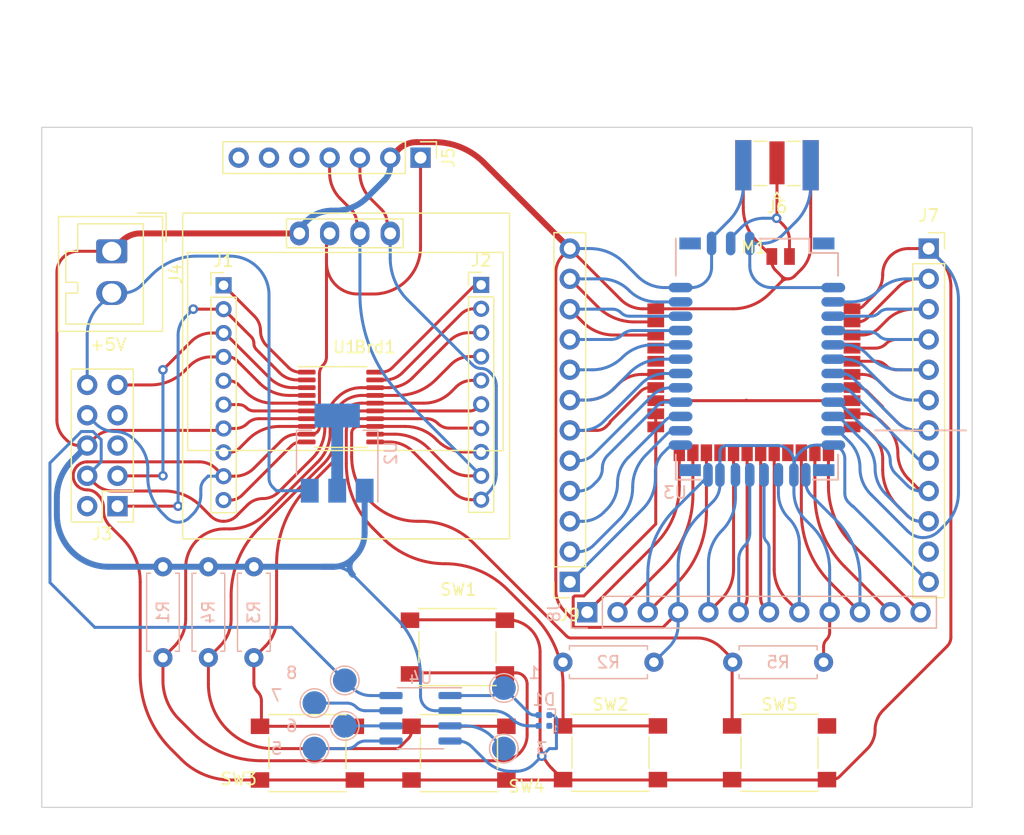
<source format=kicad_pcb>
(kicad_pcb (version 20221018) (generator pcbnew)
  (layers (0 "F.Cu" signal) (31 "B.Cu" signal) (34 "B.Paste" user) (35 "F.Paste" user) (36 "B.SilkS" user "B.Silkscreen") (37 "F.SilkS" user "F.Silkscreen") (38 "B.Mask" user) (39 "F.Mask" user) (44 "Edge.Cuts" user))
  (net 0 "")
  (net 1 "Net-(J1-Pin_1)")
  (net 2 "Net-(J1-Pin_5)")
  (net 3 "Net-(J1-Pin_6)")
  (net 4 "Net-(J1-Pin_8)")
  (net 5 "Net-(J1-Pin_10)")
  (net 6 "Net-(J2-Pin_1)")
  (net 7 "Net-(J2-Pin_2)")
  (net 8 "/SWDIO")
  (net 9 "/SWCLK")
  (net 10 "/SDA")
  (net 11 "/SCL")
  (net 12 "/RX")
  (net 13 "/TX")
  (net 14 "/RST")
  (net 15 "/TDO")
  (net 16 "/TDI")
  (net 17 "+5V")
  (net 18 "/UP")
  (net 19 "/ENTER")
  (net 20 "/RIGHT")
  (net 21 "/LEFT")
  (net 22 "/DOWN")
  (net 26 "Net-(J6-In)")
  (net 27 "J9_11")
  (net 28 "J7_10")
  (net 29 "J7_9")
  (net 30 "J7_8")
  (net 31 "J7_7")
  (net 32 "J7_6")
  (net 33 "J7_5")
  (net 34 "J7_4")
  (net 35 "J7_3")
  (net 36 "J9_1")
  (net 37 "J9_2")
  (net 38 "J9_3")
  (net 39 "J9_4")
  (net 40 "J9_5")
  (net 41 "J9_6")
  (net 42 "J9_7")
  (net 43 "J9_8")
  (net 44 "J9_9")
  (net 45 "J9_10")
  (net 46 "J7_11")
  (net 47 "J8_1")
  (net 48 "J8_2")
  (net 49 "J8_3")
  (net 50 "J8_5")
  (net 51 "J8_6")
  (net 52 "J8_7")
  (net 53 "J8_8")
  (net 54 "J8_10")
  (net 55 "J8_11")
  (net 56 "J8_12")
  (net 57 "J7_2")
  (net 58 "+3.3V")
  (net 59 "J8_4")
  (net 60 "J9_12")
  (net 61 "J8_9")
  (net 62 "GND")
  (net 64 "Net-(U4-PA2)")
  (net 65 "Net-(U4-PC1)")
  (net 66 "Net-(U4-PC2)")
  (net 67 "Net-(U4-PC4)")
  (net 69 "Net-(D1-DIN)")
  (footprint "Package_SO:TSSOP-20_4.4x6.5mm_P0.65mm" (layer "F.Cu") (at 47.9375 46.3036)
    (fp_text reference "U1")
    (fp_text value "CH32V003F4P6")
  )
  (footprint "MountingHole:MountingHole_2.5mm" (layer "F.Cu") (at 97.155 76.835)
    (fp_text reference "REF**" hide)
    (fp_text value "MountingHole_2.5mm")
  )
  (footprint "Connector_PinHeader_2.54mm:PinHeader_1x07_P2.54mm_Vertical" (layer "F.Cu") (at 54.61 25.4 -90)
    (fp_text reference "J5")
    (fp_text value "Conn_01x07_Pin")
  )
  (footprint "Button_Switch_SMD:SW_Push_1P1T_NO_6x6mm_H9.5mm" (layer "F.Cu") (at 84.7005 75.281)
    (fp_text reference "SW5")
    (fp_text value "ENTER" hide)
  )
  (footprint "Connector_PinHeader_2.00mm:PinHeader_1x10_P2.00mm_Vertical" (layer "F.Cu") (at 59.69 36.07)
    (fp_text reference "J2")
    (fp_text value "Conn_01x10")
  )
  (footprint "SSD1306:128x64OLED" (layer "F.Cu") (at 48.07 42.35)
    (fp_text reference "Brd1")
    (fp_text value "SSD1306")
  )
  (footprint "MountingHole:MountingHole_2.5mm" (layer "F.Cu") (at 97.155 26.035)
    (fp_text reference "REF**" hide)
    (fp_text value "MountingHole_2.5mm")
  )
  (footprint "Button_Switch_SMD:SW_Push_1P1T_NO_6x6mm_H9.5mm" (layer "F.Cu") (at 45.1305 75.311)
    (fp_text reference "SW3")
    (fp_text value "LEFT")
  )
  (footprint "MountingHole:MountingHole_2.5mm" (layer "F.Cu") (at 27.5 76.2)
    (fp_text reference "REF**" hide)
    (fp_text value "MountingHole_2.5mm")
  )
  (footprint "Button_Switch_SMD:SW_Push_1P1T_NO_6x6mm_H9.5mm" (layer "F.Cu") (at 70.5305 75.281)
    (fp_text reference "SW2")
    (fp_text value "DOWN")
  )
  (footprint "Connector_Coaxial:SMA_Samtec_SMA-J-P-X-ST-EM1_EdgeMount" (layer "F.Cu") (at 84.486 26.035 180)
    (fp_text reference "J6")
    (fp_text value "Conn_Coaxial")
  )
  (footprint "Button_Switch_SMD:SW_Push_1P1T_NO_6x6mm_H9.5mm" (layer "F.Cu") (at 57.7035 66.421 180)
    (fp_text reference "SW1")
    (fp_text value "UP")
  )
  (footprint "Connector_PinHeader_2.54mm:PinHeader_2x05_P2.54mm_Vertical" (layer "F.Cu") (at 29.21 54.61 180)
    (fp_text reference "J3")
    (fp_text value "Conn_02x05_Odd_Even")
  )
  (footprint "Connector_PinSocket_2.54mm:PinSocket_1x12_P2.54mm_Vertical" (layer "F.Cu") (at 97.2005 33.02)
    (fp_text reference "J7")
    (fp_text value "Conn_01x12")
  )
  (footprint "Button_Switch_SMD:SW_Push_1P1T_NO_6x6mm_H9.5mm" (layer "F.Cu") (at 57.8305 75.311)
    (fp_text reference "SW4")
    (fp_text value "RIGHT")
  )
  (footprint "Connector_Wago:Wago_734-132_1x02_P3.50mm_Vertical" (layer "F.Cu") (at 28.7274 33.2486 -90)
    (fp_text reference "J4")
    (fp_text value "Conn_01x02")
  )
  (footprint "Library:LR1262" (layer "F.Cu") (at 82.55 41.91)
    (fp_text reference "M1")
    (fp_text value "~")
  )
  (footprint "Connector_PinHeader_2.00mm:PinHeader_1x10_P2.00mm_Vertical" (layer "F.Cu") (at 38.1 36.1)
    (fp_text reference "J1")
    (fp_text value "Conn_01x10")
  )
  (footprint "Connector_PinSocket_2.54mm:PinSocket_1x12_P2.54mm_Vertical" (layer "F.Cu") (at 67.1215 60.96 180)
    (fp_text reference "J9")
    (fp_text value "Conn_01x12")
  )
  (footprint "MountingHole:MountingHole_2.5mm" (layer "F.Cu") (at 27.5 26.035)
    (fp_text reference "REF**" hide)
    (fp_text value "MountingHole_2.5mm")
  )
  (footprint "Connector_PinSocket_2.54mm:PinSocket_1x12_P2.54mm_Vertical" (layer "B.Cu") (at 68.58 63.5 -90)
    (fp_text reference "J8")
    (fp_text value "Conn_01x12")
  )
  (footprint "Resistor_THT:R_Axial_DIN0207_L6.3mm_D2.5mm_P7.62mm_Horizontal" (layer "B.Cu") (at 33.02 67.31 90)
    (fp_text reference "R1")
    (fp_text value "1K")
  )
  (footprint "TestPoint:TestPoint_Pad_D2.0mm" (layer "B.Cu") (at 48.26 69.215 180)
    (fp_text reference "8")
    (fp_text value "PC1")
  )
  (footprint "Resistor_THT:R_Axial_DIN0207_L6.3mm_D2.5mm_P7.62mm_Horizontal" (layer "B.Cu") (at 36.83 67.31 90)
    (fp_text reference "R4")
    (fp_text value "1K")
  )
  (footprint "Resistor_THT:R_Axial_DIN0207_L6.3mm_D2.5mm_P7.62mm_Horizontal" (layer "B.Cu") (at 40.64 67.31 90)
    (fp_text reference "R3")
    (fp_text value "1K")
  )
  (footprint "Package_SO:SOIC-8_3.9x4.9mm_P1.27mm" (layer "B.Cu") (at 54.61 72.39 180)
    (fp_text reference "U4")
    (fp_text value "CH32V003J4M6")
  )
  (footprint "Resistor_THT:R_Axial_DIN0207_L6.3mm_D2.5mm_P7.62mm_Horizontal" (layer "B.Cu") (at 66.548 67.691)
    (fp_text reference "R2")
    (fp_text value "1K")
  )
  (footprint "RF_Module:RN42N" (layer "B.Cu") (at 82.804 42.291 180)
    (fp_text reference "U3")
    (fp_text value "RN42N")
  )
  (footprint "TestPoint:TestPoint_Pad_D2.0mm" (layer "B.Cu") (at 45.72 74.93 180)
    (fp_text reference "5")
    (fp_text value "PC1")
  )
  (footprint "Resistor_THT:R_Axial_DIN0207_L6.3mm_D2.5mm_P7.62mm_Horizontal" (layer "B.Cu") (at 80.772 67.691)
    (fp_text reference "R5")
    (fp_text value "1K")
  )
  (footprint "TestPoint:TestPoint_Pad_D2.0mm" (layer "B.Cu") (at 61.595 69.85 180)
    (fp_text reference "1")
    (fp_text value "PC1")
  )
  (footprint "TestPoint:TestPoint_Pad_D2.0mm" (layer "B.Cu") (at 45.72 71.12 180)
    (fp_text reference "7")
    (fp_text value "PC1")
  )
  (footprint "TestPoint:TestPoint_Pad_D2.0mm" (layer "B.Cu") (at 61.595 74.93 180)
    (fp_text reference "3")
    (fp_text value "PC1")
  )
  (footprint "Package_TO_SOT_SMD:SOT-223-3_TabPin2" (layer "B.Cu") (at 47.625 50.165 90)
    (fp_text reference "U2")
    (fp_text value "AMS1117-3.3")
  )
  (footprint "TestPoint:TestPoint_Pad_D2.0mm" (layer "B.Cu") (at 48.26 73.025 180)
    (fp_text reference "6")
    (fp_text value "PC1")
  )
  (footprint "LED_SMD:LED_SK6812_EC15_1.5x1.5mm" (layer "B.Cu") (at 64.955 72.575 180)
    (fp_text reference "D1")
    (fp_text value "SK6805")
  )
  (gr_line (start 92.71 48.26) (end 100.33 48.26) (stroke (width 0.15)) (layer "B.SilkS"))
  (gr_rect (start 22.86 22.86) (end 100.838 79.858) (stroke (width 0.1)) (fill none) (layer "Edge.Cuts"))
  (gr_text "+5V" (at 26.797 41.656) (layer "F.SilkS") (effects (font (size 1 1)) (justify left bottom)))
  (segment (start 40.689258 38.689258) (end 38.1 36.1) (width 0.25) (layer "F.Cu") (net 1))
  (segment (start 44.5062 43.3786) (end 45.075 43.3786) (width 0.25) (layer "F.Cu") (net 1))
  (segment (start 41.708341 41.149541) (end 43.535197 42.976397) (width 0.25) (layer "F.Cu") (net 1))
  (arc (start 40.689258 38.689258) (mid 41.066374 39.253652) (end 41.1988 39.9194) (width 0.25) (layer "F.Cu") (net 1))
  (arc (start 41.1988 39.9194) (mid 41.331225 40.585147) (end 41.708341 41.149541) (width 0.25) (layer "F.Cu") (net 1))
  (arc (start 43.535197 42.976397) (mid 43.980697 43.27407) (end 44.5062 43.3786) (width 0.25) (layer "F.Cu") (net 1))
  (segment (start 39.9593 45.0393) (end 39.345269 44.425269) (width 0.25) (layer "F.Cu") (net 2))
  (segment (start 42.22697 45.9786) (end 45.075 45.9786) (width 0.25) (layer "F.Cu") (net 2))
  (segment (start 38.56 44.1) (end 38.1 44.1) (width 0.25) (layer "F.Cu") (net 2))
  (arc (start 39.345269 44.425269) (mid 38.984984 44.184534) (end 38.56 44.1) (width 0.25) (layer "F.Cu") (net 2))
  (arc (start 39.9593 45.0393) (mid 40.999715 45.734483) (end 42.22697 45.9786) (width 0.25) (layer "F.Cu") (net 2))
  (segment (start 40.652376 46.6286) (end 45.075 46.6286) (width 0.25) (layer "F.Cu") (net 3))
  (segment (start 39.376223 46.1) (end 38.1 46.1) (width 0.25) (layer "F.Cu") (net 3))
  (arc (start 40.0143 46.3643) (mid 40.307051 46.55991) (end 40.652376 46.6286) (width 0.25) (layer "F.Cu") (net 3))
  (arc (start 40.0143 46.3643) (mid 39.721547 46.168689) (end 39.376223 46.1) (width 0.25) (layer "F.Cu") (net 3))
  (segment (start 40.170699 49.014299) (end 39.43325 49.751749) (width 0.25) (layer "F.Cu") (net 4))
  (segment (start 42.791811 47.9286) (end 45.075 47.9286) (width 0.25) (layer "F.Cu") (net 4))
  (segment (start 38.5925 50.1) (end 38.1 50.1) (width 0.25) (layer "F.Cu") (net 4))
  (arc (start 39.43325 49.751749) (mid 39.04751 50.009492) (end 38.5925 50.1) (width 0.25) (layer "F.Cu") (net 4))
  (arc (start 42.791811 47.9286) (mid 41.373275 48.210763) (end 40.170699 49.014299) (width 0.25) (layer "F.Cu") (net 4))
  (segment (start 43.777483 49.567516) (end 39.649818 53.695181) (width 0.25) (layer "F.Cu") (net 5))
  (segment (start 44.5957 49.2286) (end 45.075 49.2286) (width 0.25) (layer "F.Cu") (net 5))
  (segment (start 38.6725 54.1) (end 38.1 54.1) (width 0.25) (layer "F.Cu") (net 5))
  (arc (start 44.5957 49.2286) (mid 44.152884 49.316681) (end 43.777483 49.567516) (width 0.25) (layer "F.Cu") (net 5))
  (arc (start 39.649818 53.695181) (mid 39.20142 53.99479) (end 38.6725 54.1) (width 0.25) (layer "F.Cu") (net 5))
  (segment (start 58.999687 36.250312) (end 52.250197 42.999802) (width 0.25) (layer "F.Cu") (net 6))
  (segment (start 51.3357 43.3786) (end 50.8 43.3786) (width 0.25) (layer "F.Cu") (net 6))
  (segment (start 59.435 36.07) (end 59.69 36.07) (width 0.25) (layer "F.Cu") (net 6))
  (arc (start 59.435 36.07) (mid 59.19941 36.116861) (end 58.999687 36.250312) (width 0.25) (layer "F.Cu") (net 6))
  (arc (start 52.250197 42.999802) (mid 51.830622 43.280153) (end 51.3357 43.3786) (width 0.25) (layer "F.Cu") (net 6))
  (segment (start 59.07 38.07) (end 59.69 38.07) (width 0.25) (layer "F.Cu") (net 7))
  (segment (start 58.011593 38.508406) (end 53.0894 43.430599) (width 0.25) (layer "F.Cu") (net 7))
  (segment (start 51.6457 44.0286) (end 50.8 44.0286) (width 0.25) (layer "F.Cu") (net 7))
  (arc (start 53.0894 43.430599) (mid 52.427024 43.873184) (end 51.6457 44.0286) (width 0.25) (layer "F.Cu") (net 7))
  (arc (start 59.07 38.07) (mid 58.497194 38.183938) (end 58.011593 38.508406) (width 0.25) (layer "F.Cu") (net 7))
  (segment (start 47.531699 45.622799) (end 47.654206 45.500293) (width 0.25) (layer "F.Cu") (net 8))
  (segment (start 57.023499 40.7665) (end 53.928603 43.861396) (width 0.25) (layer "F.Cu") (net 8))
  (segment (start 50.8 44.6786) (end 49.63795 44.6786) (width 0.25) (layer "F.Cu") (net 8))
  (segment (start 37.015987 55.430987) (end 36.195 54.61) (width 0.25) (layer "F.Cu") (net 8))
  (segment (start 46.5875 48.05925) (end 46.5875 47.9023) (width 0.25) (layer "F.Cu") (net 8))
  (segment (start 42.702815 53.436184) (end 45.532319 50.60668) (width 0.25) (layer "F.Cu") (net 8))
  (segment (start 58.705 40.07) (end 59.69 40.07) (width 0.25) (layer "F.Cu") (net 8))
  (segment (start 50.8 44.6786) (end 51.9557 44.6786) (width 0.25) (layer "F.Cu") (net 8))
  (segment (start 27.305 52.705) (end 26.67 52.07) (width 0.25) (layer "F.Cu") (net 8))
  (segment (start 40.101184 54.513815) (end 39.184012 55.430987) (width 0.25) (layer "F.Cu") (net 8))
  (segment (start 28.838025 53.34) (end 33.128948 53.34) (width 0.25) (layer "F.Cu") (net 8))
  (arc (start 27.305 52.705) (mid 28.008357 53.174968) (end 28.838025 53.34) (width 0.25) (layer "F.Cu") (net 8))
  (arc (start 47.531699 45.622799) (mid 46.832889 46.668643) (end 46.5875 47.9023) (width 0.25) (layer "F.Cu") (net 8))
  (arc (start 36.195 54.61) (mid 34.788283 53.670062) (end 33.128948 53.34) (width 0.25) (layer "F.Cu") (net 8))
  (arc (start 39.184012 55.430987) (mid 38.686663 55.763305) (end 38.1 55.88) (width 0.25) (layer "F.Cu") (net 8))
  (arc (start 42.702815 53.436184) (mid 42.105996 53.834966) (end 41.402 53.975) (width 0.25) (layer "F.Cu") (net 8))
  (arc (start 53.928603 43.861396) (mid 53.023427 44.466215) (end 51.9557 44.6786) (width 0.25) (layer "F.Cu") (net 8))
  (arc (start 41.402 53.975) (mid 40.698003 54.115033) (end 40.101184 54.513815) (width 0.25) (layer "F.Cu") (net 8))
  (arc (start 46.5875 48.05925) (mid 46.313267 49.437909) (end 45.532319 50.60668) (width 0.25) (layer "F.Cu") (net 8))
  (arc (start 58.705 40.07) (mid 57.794978 40.251014) (end 57.023499 40.7665) (width 0.25) (layer "F.Cu") (net 8))
  (arc (start 37.015987 55.430987) (mid 37.513336 55.763305) (end 38.1 55.88) (width 0.25) (layer "F.Cu") (net 8))
  (arc (start 49.63795 44.6786) (mid 48.564355 44.892151) (end 47.654206 45.500293) (width 0.25) (layer "F.Cu") (net 8))
  (segment (start 23.552689 61.01429) (end 27.308399 64.77) (width 0.25) (layer "B.Cu") (net 8))
  (segment (start 23.552689 55.598562) (end 23.552689 61.01429) (width 0.25) (layer "B.Cu") (net 8))
  (segment (start 23.54736 55.120182) (end 23.552689 55.598562) (width 0.25) (layer "B.Cu") (net 8))
  (segment (start 43.815 64.77) (end 48.26 69.215) (width 0.25) (layer "B.Cu") (net 8))
  (segment (start 27.845 49.043299) (end 27.156701 48.355) (width 0.25) (layer "B.Cu") (net 8))
  (segment (start 27.156701 48.355) (end 26.183299 48.355) (width 0.25) (layer "B.Cu") (net 8))
  (segment (start 48.895 69.85) (end 48.26 69.215) (width 0.25) (layer "B.Cu") (net 8))
  (segment (start 27.845 50.895) (end 27.845 49.043299) (width 0.25) (layer "B.Cu") (net 8))
  (segment (start 26.67 52.07) (end 27.845 50.895) (width 0.25) (layer "B.Cu") (net 8))
  (segment (start 50.428025 70.485) (end 52.135 70.485) (width 0.25) (layer "B.Cu") (net 8))
  (segment (start 23.54736 50.990939) (end 23.54736 55.120182) (width 0.25) (layer "B.Cu") (net 8))
  (segment (start 26.183299 48.355) (end 23.54736 50.990939) (width 0.25) (layer "B.Cu") (net 8))
  (segment (start 27.308399 64.77) (end 43.815 64.77) (width 0.25) (layer "B.Cu") (net 8))
  (arc (start 48.895 69.85) (mid 49.598357 70.319968) (end 50.428025 70.485) (width 0.25) (layer "B.Cu") (net 8))
  (segment (start 51.8076 30.9016) (end 51.8076 31.5856) (width 0.25) (layer "F.Cu") (net 10))
  (segment (start 49.53 26.67) (end 49.53 25.4) (width 0.25) (layer "F.Cu") (net 10))
  (segment (start 58.8485 54.07) (end 59.69 54.07) (width 0.25) (layer "F.Cu") (net 10))
  (segment (start 51.9828 49.2286) (end 50.8 49.2286) (width 0.25) (layer "F.Cu") (net 10))
  (segment (start 51.323938 29.733938) (end 50.428025 28.838025) (width 0.25) (layer "F.Cu") (net 10))
  (segment (start 54.001965 50.064965) (end 57.411969 53.474969) (width 0.25) (layer "F.Cu") (net 10))
  (arc (start 57.411969 53.474969) (mid 58.071055 53.915356) (end 58.8485 54.07) (width 0.25) (layer "F.Cu") (net 10))
  (arc (start 49.53 26.67) (mid 49.763389 27.843326) (end 50.428025 28.838025) (width 0.25) (layer "F.Cu") (net 10))
  (arc (start 51.323938 29.733938) (mid 51.6819 30.269666) (end 51.8076 30.9016) (width 0.25) (layer "F.Cu") (net 10))
  (arc (start 54.001965 50.064965) (mid 53.075564 49.445964) (end 51.9828 49.2286) (width 0.25) (layer "F.Cu") (net 10))
  (segment (start 60.96 51.901974) (end 60.96 44.530918) (width 0.25) (layer "B.Cu") (net 10))
  (segment (start 60.532107 43.497893) (end 60.397107 43.362893) (width 0.25) (layer "B.Cu") (net 10))
  (segment (start 60.325 53.435) (end 59.69 54.07) (width 0.25) (layer "B.Cu") (net 10))
  (segment (start 52.07 33.807107) (end 52.07 31.75) (width 0.25) (layer "B.Cu") (net 10))
  (segment (start 58.982892 42.777106) (end 53.524594 37.318808) (width 0.25) (layer "B.Cu") (net 10))
  (arc (start 60.532107 43.497893) (mid 60.848794 43.971848) (end 60.96 44.530918) (width 0.25) (layer "B.Cu") (net 10))
  (arc (start 52.07 33.807107) (mid 52.448036 35.707625) (end 53.524594 37.318808) (width 0.25) (layer "B.Cu") (net 10))
  (arc (start 60.397107 43.362893) (mid 60.072683 43.14612) (end 59.69 43.07) (width 0.25) (layer "B.Cu") (net 10))
  (arc (start 58.982892 42.777106) (mid 59.307316 42.993879) (end 59.69 43.07) (width 0.25) (layer "B.Cu") (net 10))
  (arc (start 60.96 51.901974) (mid 60.794968 52.731641) (end 60.325 53.435) (width 0.25) (layer "B.Cu") (net 10))
  (segment (start 55.253732 49.741932) (end 56.836438 51.324638) (width 0.25) (layer "F.Cu") (net 11))
  (segment (start 58.6359 52.07) (end 59.69 52.07) (width 0.25) (layer "F.Cu") (net 11))
  (segment (start 49.2676 30.9016) (end 49.2676 31.5856) (width 0.25) (layer "F.Cu") (net 11))
  (segment (start 52.4452 48.5786) (end 50.8 48.5786) (width 0.25) (layer "F.Cu") (net 11))
  (segment (start 46.99 26.67) (end 46.99 25.4) (width 0.25) (layer "F.Cu") (net 11))
  (segment (start 47.888025 28.838025) (end 48.783938 29.733938) (width 0.25) (layer "F.Cu") (net 11))
  (arc (start 48.783938 29.733938) (mid 49.1419 30.269666) (end 49.2676 30.9016) (width 0.25) (layer "F.Cu") (net 11))
  (arc (start 55.253732 49.741932) (mid 53.965166 48.88094) (end 52.4452 48.5786) (width 0.25) (layer "F.Cu") (net 11))
  (arc (start 56.836438 51.324638) (mid 57.662038 51.876286) (end 58.6359 52.07) (width 0.25) (layer "F.Cu") (net 11))
  (arc (start 46.99 26.67) (mid 47.223389 27.843326) (end 47.888025 28.838025) (width 0.25) (layer "F.Cu") (net 11))
  (segment (start 49.53 36.83) (end 49.53 31.75) (width 0.25) (layer "B.Cu") (net 11))
  (segment (start 53.122102 45.502102) (end 59.69 52.07) (width 0.25) (layer "B.Cu") (net 11))
  (arc (start 49.53 36.83) (mid 50.463556 41.523307) (end 53.122102 45.502102) (width 0.25) (layer "B.Cu") (net 11))
  (segment (start 38.1 38.1) (end 35.56 38.1) (width 0.25) (layer "F.Cu") (net 12))
  (segment (start 42.801024 43.434628) (end 40.864012 41.497616) (width 0.25) (layer "F.Cu") (net 12))
  (segment (start 44.234998 44.0286) (end 45.075 44.0286) (width 0.25) (layer "F.Cu") (net 12))
  (segment (start 34.29 54.61) (end 29.21 54.61) (width 0.25) (layer "F.Cu") (net 12))
  (segment (start 38.1 38.1) (end 40.415987 40.415987) (width 0.25) (layer "F.Cu") (net 12))
  (via (at 34.29 54.61) (size 0.8) (drill 0.4) (layers "F.Cu" "B.Cu") (net 12))
  (via (at 35.56 38.1) (size 0.8) (drill 0.4) (layers "F.Cu" "B.Cu") (net 12))
  (via (at 35.56 38.1) (size 0.8) (drill 0.4) (layers "F.Cu" "B.Cu") (net 12))
  (arc (start 42.801024 43.434628) (mid 43.458937 43.874231) (end 44.234998 44.0286) (width 0.25) (layer "F.Cu") (net 12))
  (arc (start 40.415987 40.415987) (mid 40.58178 40.664115) (end 40.64 40.956802) (width 0.25) (layer "F.Cu") (net 12))
  (arc (start 40.64 40.956802) (mid 40.698218 41.249488) (end 40.864012 41.497616) (width 0.25) (layer "F.Cu") (net 12))
  (segment (start 34.29 40.268025) (end 34.29 54.61) (width 0.25) (layer "B.Cu") (net 12))
  (segment (start 35.56 38.1) (end 34.925 38.735) (width 0.25) (layer "B.Cu") (net 12))
  (arc (start 34.925 38.735) (mid 34.455031 39.438357) (end 34.29 40.268025) (width 0.25) (layer "B.Cu") (net 12))
  (segment (start 37.1 40.1) (end 38.0525 40.1) (width 0.25) (layer "F.Cu") (net 13))
  (segment (start 43.9243 44.6786) (end 45.075 44.6786) (width 0.25) (layer "F.Cu") (net 13))
  (segment (start 33.02 52.07) (end 29.21 52.07) (width 0.25) (layer "F.Cu") (net 13))
  (segment (start 38.1475 40.1) (end 38.0525 40.1) (width 0.25) (layer "F.Cu") (net 13))
  (segment (start 33.02 43.18) (end 35.392893 40.807106) (width 0.25) (layer "F.Cu") (net 13))
  (segment (start 41.959932 43.864932) (end 38.228587 40.133587) (width 0.25) (layer "F.Cu") (net 13))
  (via (at 33.02 52.07) (size 0.8) (drill 0.4) (layers "F.Cu" "B.Cu") (net 13))
  (via (at 33.02 43.18) (size 0.8) (drill 0.4) (layers "F.Cu" "B.Cu") (net 13))
  (arc (start 38.228587 40.133587) (mid 38.191384 40.108728) (end 38.1475 40.1) (width 0.25) (layer "F.Cu") (net 13))
  (arc (start 41.959932 43.864932) (mid 42.861191 44.467134) (end 43.9243 44.6786) (width 0.25) (layer "F.Cu") (net 13))
  (arc (start 37.1 40.1) (mid 36.17612 40.28377) (end 35.392893 40.807106) (width 0.25) (layer "F.Cu") (net 13))
  (segment (start 33.02 43.18) (end 33.02 52.07) (width 0.25) (layer "B.Cu") (net 13))
  (segment (start 41.112134 44.293484) (end 39.208086 42.389436) (width 0.25) (layer "F.Cu") (net 14))
  (segment (start 38.1 41.91) (end 37.8714 42.1386) (width 0.25) (layer "F.Cu") (net 14))
  (segment (start 31.993299 44.45) (end 29.21 44.45) (width 0.25) (layer "F.Cu") (net 14))
  (segment (start 37.690675 42.1) (end 37.0525 42.1) (width 0.25) (layer "F.Cu") (net 14))
  (segment (start 34.829999 43.274999) (end 35.264305 42.840694) (width 0.25) (layer "F.Cu") (net 14))
  (segment (start 43.611125 45.3286) (end 45.075 45.3286) (width 0.25) (layer "F.Cu") (net 14))
  (segment (start 38.509325 42.1) (end 37.690675 42.1) (width 0.25) (layer "F.Cu") (net 14))
  (arc (start 34.829999 43.274999) (mid 33.52851 44.144627) (end 31.993299 44.45) (width 0.25) (layer "F.Cu") (net 14))
  (arc (start 41.112134 44.293484) (mid 42.25868 45.059582) (end 43.611125 45.3286) (width 0.25) (layer "F.Cu") (net 14))
  (arc (start 39.208086 42.389436) (mid 38.887491 42.175221) (end 38.509325 42.1) (width 0.25) (layer "F.Cu") (net 14))
  (arc (start 37.0525 42.1) (mid 36.084736 42.2925) (end 35.264305 42.840694) (width 0.25) (layer "F.Cu") (net 14))
  (segment (start 28.7681 36.7893) (end 29.21 37.2312) (width 0.25) (layer "F.Cu") (net 17))
  (segment (start 28.7681 36.7893) (end 28.8088 36.83) (width 0.25) (layer "F.Cu") (net 17))
  (arc (start 28.7681 36.7893) (mid 28.7681 36.7893) (end 28.7681 36.7893) (width 0.25) (layer "F.Cu") (net 17))
  (segment (start 42.2275 53.0225) (end 42.5325 53.3275) (width 0.25) (layer "B.Cu") (net 17))
  (segment (start 26.67 40.260801) (end 26.67 44.45) (width 0.25) (layer "B.Cu") (net 17))
  (segment (start 41.91 52.255987) (end 41.91 36.907038) (width 0.25) (layer "B.Cu") (net 17))
  (segment (start 42.587677 53.315) (end 45.325 53.315) (width 0.25) (layer "B.Cu") (net 17))
  (segment (start 35.842505 33.655) (end 38.657961 33.655) (width 0.25) (layer "B.Cu") (net 17))
  (segment (start 29.6444 36.7486) (end 28.7274 36.7486) (width 0.25) (layer "B.Cu") (net 17))
  (segment (start 32.108199 35.201799) (end 31.209816 36.100183) (width 0.25) (layer "B.Cu") (net 17))
  (segment (start 27.6987 37.7773) (end 28.7274 36.7486) (width 0.25) (layer "B.Cu") (net 17))
  (arc (start 41.91 52.255987) (mid 41.992515 52.67082) (end 42.2275 53.0225) (width 0.25) (layer "B.Cu") (net 17))
  (arc (start 42.5325 53.3275) (mid 42.545 53.332677) (end 42.5575 53.3275) (width 0.25) (layer "B.Cu") (net 17))
  (arc (start 27.6987 37.7773) (mid 26.93735 38.91674) (end 26.67 40.260801) (width 0.25) (layer "B.Cu") (net 17))
  (arc (start 31.209816 36.100183) (mid 30.491597 36.580081) (end 29.6444 36.7486) (width 0.25) (layer "B.Cu") (net 17))
  (arc (start 40.9575 34.6075) (mid 41.662453 35.662537) (end 41.91 36.907038) (width 0.25) (layer "B.Cu") (net 17))
  (arc (start 40.9575 34.6075) (mid 39.902462 33.902546) (end 38.657961 33.655) (width 0.25) (layer "B.Cu") (net 17))
  (arc (start 35.842505 33.655) (mid 33.821513 34.056999) (end 32.108199 35.201799) (width 0.25) (layer "B.Cu") (net 17))
  (arc (start 42.587677 53.315) (mid 42.571345 53.318248) (end 42.5575 53.3275) (width 0.25) (layer "B.Cu") (net 17))
  (segment (start 33.9725 66.3575) (end 33.02 67.31) (width 0.25) (layer "F.Cu") (net 18))
  (segment (start 62.587813 68.58) (end 53.8555 68.58) (width 0.25) (layer "F.Cu") (net 18))
  (segment (start 34.367038 72.467038) (end 35.433 73.533) (width 0.25) (layer "F.Cu") (net 18))
  (segment (start 33.02 69.215) (end 33.02 67.31) (width 0.25) (layer "F.Cu") (net 18))
  (segment (start 47.0375 48.403) (end 47.0375 48.083699) (width 0.25) (layer "F.Cu") (net 18))
  (segment (start 47.891755 46.088244) (end 47.84445 46.13555) (width 0.25) (layer "F.Cu") (net 18))
  (segment (start 50.8 45.3286) (end 49.7257 45.3286) (width 0.25) (layer "F.Cu") (net 18))
  (segment (start 63.5455 73.777974) (end 63.5455 69.537686) (width 0.25) (layer "F.Cu") (net 18))
  (segment (start 52.6848 45.3286) (end 50.8 45.3286) (width 0.25) (layer "F.Cu") (net 18))
  (segment (start 58.7591 42.07) (end 59.69 42.07) (width 0.25) (layer "F.Cu") (net 18))
  (segment (start 38.177038 56.515) (end 38.608 56.515) (width 0.25) (layer "F.Cu") (net 18))
  (segment (start 55.902354 43.995844) (end 57.169954 42.728245) (width 0.25) (layer "F.Cu") (net 18))
  (segment (start 46.00477 50.896229) (end 41.643235 55.257764) (width 0.25) (layer "F.Cu") (net 18))
  (segment (start 34.925 64.057961) (end 34.925 59.767038) (width 0.25) (layer "F.Cu") (net 18))
  (segment (start 61.377474 75.946) (end 41.258497 75.946) (width 0.25) (layer "F.Cu") (net 18))
  (arc (start 63.5455 73.777974) (mid 63.380468 74.607641) (end 62.9105 75.311) (width 0.25) (layer "F.Cu") (net 18))
  (arc (start 49.7257 45.3286) (mid 48.733176 45.526025) (end 47.891755 46.088244) (width 0.25) (layer "F.Cu") (net 18))
  (arc (start 47.0375 48.403) (mid 46.769102 49.752325) (end 46.00477 50.896229) (width 0.25) (layer "F.Cu") (net 18))
  (arc (start 35.8775 57.4675) (mid 35.172546 58.522537) (end 34.925 59.767038) (width 0.25) (layer "F.Cu") (net 18))
  (arc (start 58.7591 42.07) (mid 57.89906 42.241072) (end 57.169954 42.728245) (width 0.25) (layer "F.Cu") (net 18))
  (arc (start 38.177038 56.515) (mid 36.932537 56.762546) (end 35.8775 57.4675) (width 0.25) (layer "F.Cu") (net 18))
  (arc (start 63.265 68.8605) (mid 62.954303 68.652899) (end 62.587813 68.58) (width 0.25) (layer "F.Cu") (net 18))
  (arc (start 55.902354 43.995844) (mid 54.426127 44.982227) (end 52.6848 45.3286) (width 0.25) (layer "F.Cu") (net 18))
  (arc (start 35.433 73.533) (mid 38.10576 75.318881) (end 41.258497 75.946) (width 0.25) (layer "F.Cu") (net 18))
  (arc (start 62.9105 75.311) (mid 62.207141 75.780968) (end 61.377474 75.946) (width 0.25) (layer "F.Cu") (net 18))
  (arc (start 63.265 68.8605) (mid 63.4726 69.171195) (end 63.5455 69.537686) (width 0.25) (layer "F.Cu") (net 18))
  (arc (start 34.925 64.057961) (mid 34.677453 65.302462) (end 33.9725 66.3575) (width 0.25) (layer "F.Cu") (net 18))
  (arc (start 41.643235 55.257764) (mid 40.250657 56.188255) (end 38.608 56.515) (width 0.25) (layer "F.Cu") (net 18))
  (arc (start 47.84445 46.13555) (mid 47.247219 47.029368) (end 47.0375 48.083699) (width 0.25) (layer "F.Cu") (net 18))
  (arc (start 33.02 69.215) (mid 33.370083 70.97499) (end 34.367038 72.467038) (width 0.25) (layer "F.Cu") (net 18))
  (segment (start 67.230257 65.659) (end 77.769644 65.659) (width 0.25) (layer "F.Cu") (net 19))
  (segment (start 80.7255 67.3905) (end 80.7255 73.031) (width 0.25) (layer "F.Cu") (net 19))
  (segment (start 50.8 47.9286) (end 49.403235 47.9286) (width 0.25) (layer "F.Cu") (net 19))
  (segment (start 55.9081 48.9993) (end 56.020246 49.111446) (width 0.25) (layer "F.Cu") (net 19))
  (segment (start 58.3344 50.07) (end 59.69 50.07) (width 0.25) (layer "F.Cu") (net 19))
  (segment (start 54.64975 55.88) (end 54.355722 55.88) (width 0.25) (layer "F.Cu") (net 19))
  (segment (start 48.8375 50.45375) (end 48.8375 48.494335) (width 0.25) (layer "F.Cu") (net 19))
  (segment (start 50.388715 54.198715) (end 50.45375 54.26375) (width 0.25) (layer "F.Cu") (net 19))
  (segment (start 50.8 47.9286) (end 53.323201 47.9286) (width 0.25) (layer "F.Cu") (net 19))
  (segment (start 80.7255 67.3905) (end 79.85975 66.52475) (width 0.25) (layer "F.Cu") (net 19))
  (segment (start 66.851694 65.502194) (end 59.053658 57.704158) (width 0.25) (layer "F.Cu") (net 19))
  (arc (start 79.85975 66.52475) (mid 78.900801 65.884001) (end 77.769644 65.659) (width 0.25) (layer "F.Cu") (net 19))
  (arc (start 48.8375 50.45375) (mid 49.240647 52.48051) (end 50.388715 54.198715) (width 0.25) (layer "F.Cu") (net 19))
  (arc (start 49.0032 48.0943) (mid 48.880564 48.277837) (end 48.8375 48.494335) (width 0.25) (layer "F.Cu") (net 19))
  (arc (start 56.020246 49.111446) (mid 57.081988 49.820879) (end 58.3344 50.07) (width 0.25) (layer "F.Cu") (net 19))
  (arc (start 66.851694 65.502194) (mid 67.02538 65.618247) (end 67.230257 65.659) (width 0.25) (layer "F.Cu") (net 19))
  (arc (start 59.053658 57.704158) (mid 57.033128 56.354083) (end 54.64975 55.88) (width 0.25) (layer "F.Cu") (net 19))
  (arc (start 49.403235 47.9286) (mid 49.186737 47.971664) (end 49.0032 48.0943) (width 0.25) (layer "F.Cu") (net 19))
  (arc (start 55.9081 48.9993) (mid 54.722138 48.206865) (end 53.323201 47.9286) (width 0.25) (layer "F.Cu") (net 19))
  (arc (start 50.45375 54.26375) (mid 52.24399 55.45995) (end 54.355722 55.88) (width 0.25) (layer "F.Cu") (net 19))
  (segment (start 57.185299 45.024299) (end 57.59145 44.618149) (width 0.25) (layer "F.Cu") (net 20))
  (segment (start 42.250064 74.93) (end 52.705 74.93) (width 0.25) (layer "F.Cu") (net 20))
  (segment (start 38.401544 73.326544) (end 38.4175 73.3425) (width 0.25) (layer "F.Cu") (net 20))
  (segment (start 38.735 64.057961) (end 38.735 62.103698) (width 0.25) (layer "F.Cu") (net 20))
  (segment (start 53.8555 73.061) (end 61.8055 73.061) (width 0.25) (layer "F.Cu") (net 20))
  (segment (start 47.4875 48.653594) (end 47.4875 48.161463) (width 0.25) (layer "F.Cu") (net 20))
  (segment (start 46.500165 51.03723) (end 41.069373 56.468022) (width 0.25) (layer "F.Cu") (net 20))
  (segment (start 50.8 45.9786) (end 49.670363 45.9786) (width 0.25) (layer "F.Cu") (net 20))
  (segment (start 53.8555 73.443) (end 53.8555 73.061) (width 0.25) (layer "F.Cu") (net 20))
  (segment (start 53.585385 74.095114) (end 52.7505 74.93) (width 0.25) (layer "F.Cu") (net 20))
  (segment (start 36.83 69.5325) (end 36.83 67.31) (width 0.25) (layer "F.Cu") (net 20))
  (segment (start 50.8 45.9786) (end 54.881415 45.9786) (width 0.25) (layer "F.Cu") (net 20))
  (segment (start 58.9148 44.07) (end 59.69 44.07) (width 0.25) (layer "F.Cu") (net 20))
  (segment (start 36.83 67.31) (end 37.7825 66.3575) (width 0.25) (layer "F.Cu") (net 20))
  (arc (start 57.185299 45.024299) (mid 56.128268 45.730585) (end 54.881415 45.9786) (width 0.25) (layer "F.Cu") (net 20))
  (arc (start 41.069373 56.468022) (mid 39.341683 59.053692) (end 38.735 62.103698) (width 0.25) (layer "F.Cu") (net 20))
  (arc (start 58.9148 44.07) (mid 58.198608 44.212459) (end 57.59145 44.618149) (width 0.25) (layer "F.Cu") (net 20))
  (arc (start 53.8555 73.443) (mid 53.785299 73.795921) (end 53.585385 74.095114) (width 0.25) (layer "F.Cu") (net 20))
  (arc (start 36.83 69.5325) (mid 37.23843 71.585822) (end 38.401544 73.326544) (width 0.25) (layer "F.Cu") (net 20))
  (arc (start 49.670363 45.9786) (mid 48.835017 46.14476) (end 48.126846 46.617946) (width 0.25) (layer "F.Cu") (net 20))
  (arc (start 47.4875 48.653594) (mid 47.230899 49.943608) (end 46.500165 51.03723) (width 0.25) (layer "F.Cu") (net 20))
  (arc (start 38.735 64.057961) (mid 38.487453 65.302462) (end 37.7825 66.3575) (width 0.25) (layer "F.Cu") (net 20))
  (arc (start 38.4175 73.3425) (mid 40.175895 74.517422) (end 42.250064 74.93) (width 0.25) (layer "F.Cu") (net 20))
  (arc (start 48.126846 46.617946) (mid 47.65366 47.326117) (end 47.4875 48.161463) (width 0.25) (layer "F.Cu") (net 20))
  (segment (start 46.993585 51.180206) (end 45.24125 52.932542) (width 0.25) (layer "F.Cu") (net 21))
  (segment (start 40.64 67.31) (end 41.5925 66.3575) (width 0.25) (layer "F.Cu") (net 21))
  (segment (start 42.545 59.441865) (end 42.545 64.057961) (width 0.25) (layer "F.Cu") (net 21))
  (segment (start 49.538595 46.6286) (end 50.8 46.6286) (width 0.25) (layer "F.Cu") (net 21))
  (segment (start 41.275 72.857) (end 41.275 70.934012) (width 0.25) (layer "F.Cu") (net 21))
  (segment (start 49.1055 73.061) (end 41.3205 73.061) (width 0.25) (layer "F.Cu") (net 21))
  (segment (start 47.9375 48.901396) (end 47.9375 48.229695) (width 0.25) (layer "F.Cu") (net 21))
  (segment (start 40.64 67.31) (end 40.64 69.400987) (width 0.25) (layer "F.Cu") (net 21))
  (segment (start 58.73641 46.6286) (end 50.8 46.6286) (width 0.25) (layer "F.Cu") (net 21))
  (segment (start 41.21525 73.00125) (end 41.1555 73.061) (width 0.25) (layer "F.Cu") (net 21))
  (segment (start 59.4107 46.3493) (end 59.69 46.07) (width 0.25) (layer "F.Cu") (net 21))
  (arc (start 59.4107 46.3493) (mid 59.101333 46.556012) (end 58.73641 46.6286) (width 0.25) (layer "F.Cu") (net 21))
  (arc (start 41.275 72.857) (mid 41.259471 72.935067) (end 41.21525 73.00125) (width 0.25) (layer "F.Cu") (net 21))
  (arc (start 48.40645 47.09755) (mid 48.059376 47.616982) (end 47.9375 48.229695) (width 0.25) (layer "F.Cu") (net 21))
  (arc (start 40.9575 70.1675) (mid 41.192484 70.519178) (end 41.275 70.934012) (width 0.25) (layer "F.Cu") (net 21))
  (arc (start 42.545 64.057961) (mid 42.297453 65.302462) (end 41.5925 66.3575) (width 0.25) (layer "F.Cu") (net 21))
  (arc (start 47.9375 48.901396) (mid 47.692184 50.134679) (end 46.993585 51.180206) (width 0.25) (layer "F.Cu") (net 21))
  (arc (start 49.538595 46.6286) (mid 48.925882 46.750476) (end 48.40645 47.09755) (width 0.25) (layer "F.Cu") (net 21))
  (arc (start 45.24125 52.932542) (mid 43.245732 55.919044) (end 42.545 59.441865) (width 0.25) (layer "F.Cu") (net 21))
  (arc (start 40.64 69.400987) (mid 40.722515 69.81582) (end 40.9575 70.1675) (width 0.25) (layer "F.Cu") (net 21))
  (segment (start 66.5555 73.031) (end 74.5055 73.031) (width 0.25) (layer "F.Cu") (net 22))
  (segment (start 51.422651 57.264651) (end 50.632917 56.474917) (width 0.25) (layer "F.Cu") (net 22))
  (segment (start 48.3875 51.054) (end 48.3875 48.302693) (width 0.25) (layer "F.Cu") (net 22))
  (segment (start 50.8335 47.2786) (end 55.100995 47.2786) (width 0.25) (layer "F.Cu") (net 22))
  (segment (start 66.5555 69.6435) (end 66.5555 73.031) (width 0.25) (layer "F.Cu") (net 22))
  (segment (start 50.8335 47.2786) (end 50.7665 47.2786) (width 0.25) (layer "F.Cu") (net 22))
  (segment (start 61.906848 61.607348) (end 64.160175 63.860675) (width 0.25) (layer "F.Cu") (net 22))
  (segment (start 57.011604 48.07) (end 59.69 48.07) (width 0.25) (layer "F.Cu") (net 22))
  (segment (start 50.8716 47.274) (end 50.8762 47.2694) (width 0.25) (layer "F.Cu") (net 22))
  (segment (start 50.7665 47.2786) (end 50.8335 47.2786) (width 0.25) (layer "F.Cu") (net 22))
  (segment (start 50.7665 47.2786) (end 49.411593 47.2786) (width 0.25) (layer "F.Cu") (net 22))
  (segment (start 50.8335 47.2786) (end 50.860494 47.2786) (width 0.25) (layer "F.Cu") (net 22))
  (arc (start 50.8335 47.2786) (mid 50.8335 47.2786) (end 50.8335 47.2786) (width 0.25) (layer "F.Cu") (net 22))
  (arc (start 56.0563 47.6743) (mid 55.618002 47.381439) (end 55.100995 47.2786) (width 0.25) (layer "F.Cu") (net 22))
  (arc (start 48.3875 51.054) (mid 48.971064 53.987779) (end 50.632917 56.474917) (width 0.25) (layer "F.Cu") (net 22))
  (arc (start 64.160175 63.860675) (mid 65.932975 66.513857) (end 66.5555 69.6435) (width 0.25) (layer "F.Cu") (net 22))
  (arc (start 51.422651 57.264651) (mid 53.827746 58.871684) (end 56.66475 59.436) (width 0.25) (layer "F.Cu") (net 22))
  (arc (start 48.68745 47.57855) (mid 48.465454 47.910789) (end 48.3875 48.302693) (width 0.25) (layer "F.Cu") (net 22))
  (arc (start 49.411593 47.2786) (mid 49.019689 47.356554) (end 48.68745 47.57855) (width 0.25) (layer "F.Cu") (net 22))
  (arc (start 56.0563 47.6743) (mid 56.494597 47.96716) (end 57.011604 48.07) (width 0.25) (layer "F.Cu") (net 22))
  (arc (start 50.8716 47.274) (mid 50.866504 47.277404) (end 50.860494 47.2786) (width 0.25) (layer "F.Cu") (net 22))
  (arc (start 61.906848 61.607348) (mid 59.501753 60.000314) (end 56.66475 59.436) (width 0.25) (layer "F.Cu") (net 22))
  (segment (start 84.455 30.48) (end 84.4705 30.4645) (width 0.25) (layer "F.Cu") (net 26))
  (segment (start 84.455 30.48) (end 84.99365 31.01865) (width 0.25) (layer "F.Cu") (net 26))
  (segment (start 84.486 30.427079) (end 84.486 25.835) (width 0.25) (layer "F.Cu") (net 26))
  (segment (start 85.5323 32.319066) (end 85.5323 33.685) (width 0.25) (layer "F.Cu") (net 26))
  (via (at 84.455 30.48) (size 0.8) (drill 0.4) (layers "F.Cu" "B.Cu") (net 26))
  (arc (start 84.99365 31.01865) (mid 85.392309 31.615285) (end 85.5323 32.319066) (width 0.25) (layer "F.Cu") (net 26))
  (arc (start 84.486 30.427079) (mid 84.481971 30.447331) (end 84.4705 30.4645) (width 0.25) (layer "F.Cu") (net 26))
  (segment (start 80.763098 31.9819) (end 81.490718 31.254281) (width 0.25) (layer "B.Cu") (net 26))
  (segment (start 84.455 30.48) (end 83.36 30.48) (width 0.25) (layer "B.Cu") (net 26))
  (segment (start 80.604 32.366) (end 80.604 32.591) (width 0.25) (layer "B.Cu") (net 26))
  (arc (start 83.36 30.48) (mid 82.348351 30.681229) (end 81.490718 31.254281) (width 0.25) (layer "B.Cu") (net 26))
  (arc (start 80.763098 31.9819) (mid 80.645348 32.158126) (end 80.604 32.366) (width 0.25) (layer "B.Cu") (net 26))
  (segment (start 72.52725 39.168) (end 74.325 39.168) (width 0.25) (layer "F.Cu") (net 27))
  (segment (start 69.458298 37.896798) (end 67.1215 35.56) (width 0.25) (layer "F.Cu") (net 27))
  (arc (start 69.458298 37.896798) (mid 70.866345 38.837625) (end 72.52725 39.168) (width 0.25) (layer "F.Cu") (net 27))
  (segment (start 69.754576 35.56) (end 67.1215 35.56) (width 0.25) (layer "B.Cu") (net 27))
  (segment (start 74.416423 37.491) (end 76.404 37.491) (width 0.25) (layer "B.Cu") (net 27))
  (arc (start 72.0855 36.5255) (mid 73.154936 37.240074) (end 74.416423 37.491) (width 0.25) (layer "B.Cu") (net 27))
  (arc (start 72.0855 36.5255) (mid 71.016063 35.810925) (end 69.754576 35.56) (width 0.25) (layer "B.Cu") (net 27))
  (segment (start 93.038141 39.676858) (end 93.700887 39.014112) (width 0.25) (layer "F.Cu") (net 28))
  (segment (start 91.611 40.268) (end 90.775 40.268) (width 0.25) (layer "F.Cu") (net 28))
  (segment (start 95.90775 38.1) (end 97.2005 38.1) (width 0.25) (layer "F.Cu") (net 28))
  (arc (start 93.038141 39.676858) (mid 92.383363 40.114367) (end 91.611 40.268) (width 0.25) (layer "F.Cu") (net 28))
  (arc (start 95.90775 38.1) (mid 94.713404 38.337569) (end 93.700887 39.014112) (width 0.25) (layer "F.Cu") (net 28))
  (segment (start 93.7629 38.1) (end 97.2005 38.1) (width 0.25) (layer "B.Cu") (net 28))
  (segment (start 92.336099 38.691) (end 89.204 38.691) (width 0.25) (layer "B.Cu") (net 28))
  (arc (start 93.0495 38.3955) (mid 92.722189 38.614202) (end 92.336099 38.691) (width 0.25) (layer "B.Cu") (net 28))
  (arc (start 93.7629 38.1) (mid 93.37681 38.176797) (end 93.0495 38.3955) (width 0.25) (layer "B.Cu") (net 28))
  (segment (start 92.737226 41.368) (end 90.775 41.368) (width 0.25) (layer "F.Cu") (net 29))
  (segment (start 94.494773 40.64) (end 97.2005 40.64) (width 0.25) (layer "F.Cu") (net 29))
  (arc (start 93.616 41.004) (mid 93.212815 41.273399) (end 92.737226 41.368) (width 0.25) (layer "F.Cu") (net 29))
  (arc (start 94.494773 40.64) (mid 94.019184 40.7346) (end 93.616 41.004) (width 0.25) (layer "F.Cu") (net 29))
  (segment (start 89.573389 39.891) (end 89.204 39.891) (width 0.25) (layer "B.Cu") (net 29))
  (segment (start 93.794012 40.64) (end 97.2005 40.64) (width 0.25) (layer "B.Cu") (net 29))
  (segment (start 92.260987 40.005) (end 89.84861 40.005) (width 0.25) (layer "B.Cu") (net 29))
  (arc (start 93.0275 40.3225) (mid 93.379178 40.557484) (end 93.794012 40.64) (width 0.25) (layer "B.Cu") (net 29))
  (arc (start 93.0275 40.3225) (mid 92.67582 40.087515) (end 92.260987 40.005) (width 0.25) (layer "B.Cu") (net 29))
  (arc (start 89.711 39.948) (mid 89.774136 39.990186) (end 89.84861 40.005) (width 0.25) (layer "B.Cu") (net 29))
  (arc (start 89.711 39.948) (mid 89.647863 39.905813) (end 89.573389 39.891) (width 0.25) (layer "B.Cu") (net 29))
  (segment (start 94.48346 43.18) (end 97.2005 43.18) (width 0.25) (layer "F.Cu") (net 30))
  (segment (start 92.764539 42.468) (end 90.775 42.468) (width 0.25) (layer "F.Cu") (net 30))
  (arc (start 93.624 42.824) (mid 93.229676 42.560521) (end 92.764539 42.468) (width 0.25) (layer "F.Cu") (net 30))
  (arc (start 93.624 42.824) (mid 94.018323 43.087478) (end 94.48346 43.18) (width 0.25) (layer "F.Cu") (net 30))
  (segment (start 90.23 41.091) (end 89.204 41.091) (width 0.25) (layer "B.Cu") (net 30))
  (segment (start 92.3005 42.1355) (end 91.981491 41.816491) (width 0.25) (layer "B.Cu") (net 30))
  (segment (start 94.822146 43.18) (end 97.2005 43.18) (width 0.25) (layer "B.Cu") (net 30))
  (arc (start 92.3005 42.1355) (mid 93.457441 42.908543) (end 94.822146 43.18) (width 0.25) (layer "B.Cu") (net 30))
  (arc (start 91.981491 41.816491) (mid 91.1779 41.279548) (end 90.23 41.091) (width 0.25) (layer "B.Cu") (net 30))
  (segment (start 93.700887 44.805887) (end 93.059798 44.164798) (width 0.25) (layer "F.Cu") (net 31))
  (segment (start 91.619 43.568) (end 90.775 43.568) (width 0.25) (layer "F.Cu") (net 31))
  (segment (start 95.90775 45.72) (end 97.2005 45.72) (width 0.25) (layer "F.Cu") (net 31))
  (arc (start 93.059798 44.164798) (mid 92.398754 43.723102) (end 91.619 43.568) (width 0.25) (layer "F.Cu") (net 31))
  (arc (start 93.700887 44.805887) (mid 94.713404 45.482429) (end 95.90775 45.72) (width 0.25) (layer "F.Cu") (net 31))
  (segment (start 95.90775 45.72) (end 97.2005 45.72) (width 0.25) (layer "B.Cu") (net 31))
  (segment (start 90.195 42.291) (end 89.204 42.291) (width 0.25) (layer "B.Cu") (net 31))
  (segment (start 93.700887 44.805887) (end 91.886742 42.991742) (width 0.25) (layer "B.Cu") (net 31))
  (arc (start 93.700887 44.805887) (mid 94.713404 45.482429) (end 95.90775 45.72) (width 0.25) (layer "B.Cu") (net 31))
  (arc (start 91.886742 42.991742) (mid 91.110564 42.473116) (end 90.195 42.291) (width 0.25) (layer "B.Cu") (net 31))
  (segment (start 92.063041 45.004441) (end 93.320746 46.262146) (width 0.25) (layer "F.Cu") (net 32))
  (segment (start 93.369253 46.379253) (end 94.560394 47.570394) (width 0.25) (layer "F.Cu") (net 32))
  (segment (start 96.22525 48.26) (end 97.2005 48.26) (width 0.25) (layer "F.Cu") (net 32))
  (segment (start 91.2508 44.668) (end 90.775 44.668) (width 0.25) (layer "F.Cu") (net 32))
  (arc (start 94.560394 47.570394) (mid 95.324236 48.080777) (end 96.22525 48.26) (width 0.25) (layer "F.Cu") (net 32))
  (arc (start 93.345 46.3207) (mid 93.351303 46.352388) (end 93.369253 46.379253) (width 0.25) (layer "F.Cu") (net 32))
  (arc (start 93.320746 46.262146) (mid 93.338696 46.28901) (end 93.345 46.3207) (width 0.25) (layer "F.Cu") (net 32))
  (arc (start 92.063041 45.004441) (mid 91.690381 44.755438) (end 91.2508 44.668) (width 0.25) (layer "F.Cu") (net 32))
  (segment (start 89.8425 43.491) (end 89.204 43.491) (width 0.25) (layer "B.Cu") (net 32))
  (segment (start 90.932487 43.942487) (end 94.560394 47.570394) (width 0.25) (layer "B.Cu") (net 32))
  (segment (start 96.22525 48.26) (end 97.2005 48.26) (width 0.25) (layer "B.Cu") (net 32))
  (arc (start 90.932487 43.942487) (mid 90.432396 43.608337) (end 89.8425 43.491) (width 0.25) (layer "B.Cu") (net 32))
  (arc (start 94.560394 47.570394) (mid 95.324236 48.080777) (end 96.22525 48.26) (width 0.25) (layer "B.Cu") (net 32))
  (segment (start 89.777 44.691) (end 89.204 44.691) (width 0.25) (layer "B.Cu") (net 33))
  (segment (start 96.19684 50.53784) (end 90.755172 45.096172) (width 0.25) (layer "B.Cu") (net 33))
  (segment (start 96.82975 50.8) (end 97.2005 50.8) (width 0.25) (layer "B.Cu") (net 33))
  (arc (start 90.755172 45.096172) (mid 90.306382 44.7963) (end 89.777 44.691) (width 0.25) (layer "B.Cu") (net 33))
  (arc (start 96.19684 50.53784) (mid 96.487221 50.731866) (end 96.82975 50.8) (width 0.25) (layer "B.Cu") (net 33))
  (segment (start 95.513025 52.333025) (end 96.279406 53.099406) (width 0.25) (layer "F.Cu") (net 34))
  (segment (start 93.716974 47.996974) (end 93.228992 47.508992) (width 0.25) (layer "F.Cu") (net 34))
  (segment (start 96.86025 53.34) (end 97.2005 53.34) (width 0.25) (layer "F.Cu") (net 34))
  (segment (start 91.6815 46.868) (end 90.775 46.868) (width 0.25) (layer "F.Cu") (net 34))
  (arc (start 94.615 50.165) (mid 94.848389 51.338326) (end 95.513025 52.333025) (width 0.25) (layer "F.Cu") (net 34))
  (arc (start 93.228992 47.508992) (mid 92.518996 47.034588) (end 91.6815 46.868) (width 0.25) (layer "F.Cu") (net 34))
  (arc (start 96.279406 53.099406) (mid 96.545899 53.277471) (end 96.86025 53.34) (width 0.25) (layer "F.Cu") (net 34))
  (arc (start 93.716974 47.996974) (mid 94.38161 48.991672) (end 94.615 50.165) (width 0.25) (layer "F.Cu") (net 34))
  (segment (start 94.410628 51.865628) (end 95.4199 52.8749) (width 0.25) (layer "B.Cu") (net 34))
  (segment (start 89.813099 46.050099) (end 93.549371 49.786371) (width 0.25) (layer "B.Cu") (net 34))
  (segment (start 89.429 45.891) (end 89.204 45.891) (width 0.25) (layer "B.Cu") (net 34))
  (segment (start 96.54275 53.34) (end 97.2005 53.34) (width 0.25) (layer "B.Cu") (net 34))
  (arc (start 89.813099 46.050099) (mid 89.636872 45.932348) (end 89.429 45.891) (width 0.25) (layer "B.Cu") (net 34))
  (arc (start 93.98 50.826) (mid 94.091916 51.388642) (end 94.410628 51.865628) (width 0.25) (layer "B.Cu") (net 34))
  (arc (start 93.549371 49.786371) (mid 93.868083 50.263357) (end 93.98 50.826) (width 0.25) (layer "B.Cu") (net 34))
  (arc (start 95.4199 52.8749) (mid 95.935068 53.219124) (end 96.54275 53.34) (width 0.25) (layer "B.Cu") (net 34))
  (segment (start 94.615 54.61) (end 95.4199 55.4149) (width 0.25) (layer "F.Cu") (net 35))
  (segment (start 96.54275 55.88) (end 97.2005 55.88) (width 0.25) (layer "F.Cu") (net 35))
  (segment (start 92.564 48.749) (end 92.139381 48.324381) (width 0.25) (layer "F.Cu") (net 35))
  (segment (start 93.345 50.6345) (end 93.345 51.543948) (width 0.25) (layer "F.Cu") (net 35))
  (segment (start 91.279 47.968) (end 90.775 47.968) (width 0.25) (layer "F.Cu") (net 35))
  (arc (start 92.139381 48.324381) (mid 91.744635 48.06062) (end 91.279 47.968) (width 0.25) (layer "F.Cu") (net 35))
  (arc (start 92.564 48.749) (mid 93.142024 49.614074) (end 93.345 50.6345) (width 0.25) (layer "F.Cu") (net 35))
  (arc (start 95.4199 55.4149) (mid 95.935068 55.759124) (end 96.54275 55.88) (width 0.25) (layer "F.Cu") (net 35))
  (arc (start 93.345 51.543948) (mid 93.675062 53.203283) (end 94.615 54.61) (width 0.25) (layer "F.Cu") (net 35))
  (segment (start 93.608025 53.603025) (end 95.4199 55.4149) (width 0.25) (layer "B.Cu") (net 35))
  (segment (start 96.54275 55.88) (end 97.2005 55.88) (width 0.25) (layer "B.Cu") (net 35))
  (segment (start 89.42 47.091) (end 89.204 47.091) (width 0.25) (layer "B.Cu") (net 35))
  (segment (start 89.788735 47.243735) (end 91.811974 49.266974) (width 0.25) (layer "B.Cu") (net 35))
  (arc (start 92.71 51.435) (mid 92.943389 52.608326) (end 93.608025 53.603025) (width 0.25) (layer "B.Cu") (net 35))
  (arc (start 89.788735 47.243735) (mid 89.619557 47.130694) (end 89.42 47.091) (width 0.25) (layer "B.Cu") (net 35))
  (arc (start 95.4199 55.4149) (mid 95.935068 55.759124) (end 96.54275 55.88) (width 0.25) (layer "B.Cu") (net 35))
  (arc (start 91.811974 49.266974) (mid 92.47661 50.261672) (end 92.71 51.435) (width 0.25) (layer "B.Cu") (net 35))
  (segment (start 73.239112 54.842387) (end 67.1215 60.96) (width 0.25) (layer "B.Cu") (net 36))
  (segment (start 74.949499 50.145499) (end 75.321157 49.773842) (width 0.25) (layer "B.Cu") (net 36))
  (segment (start 74.295 52.29325) (end 74.295 51.725602) (width 0.25) (layer "B.Cu") (net 36))
  (segment (start 76.004 49.491) (end 76.404 49.491) (width 0.25) (layer "B.Cu") (net 36))
  (arc (start 76.004 49.491) (mid 75.634448 49.564508) (end 75.321157 49.773842) (width 0.25) (layer "B.Cu") (net 36))
  (arc (start 74.295 52.29325) (mid 74.020583 53.672833) (end 73.239112 54.842387) (width 0.25) (layer "B.Cu") (net 36))
  (arc (start 74.949499 50.145499) (mid 74.465098 50.870456) (end 74.295 51.725602) (width 0.25) (layer "B.Cu") (net 36))
  (segment (start 67.85075 58.42) (end 67.1215 58.42) (width 0.25) (layer "B.Cu") (net 37))
  (segment (start 69.095657 57.904342) (end 71.266974 55.733025) (width 0.25) (layer "B.Cu") (net 37))
  (segment (start 73.513025 50.310578) (end 75.224518 48.599085) (width 0.25) (layer "B.Cu") (net 37))
  (segment (start 75.968302 48.291) (end 76.404 48.291) (width 0.25) (layer "B.Cu") (net 37))
  (arc (start 69.095657 57.904342) (mid 68.524488 58.285984) (end 67.85075 58.42) (width 0.25) (layer "B.Cu") (net 37))
  (arc (start 75.968302 48.291) (mid 75.565769 48.371068) (end 75.224518 48.599085) (width 0.25) (layer "B.Cu") (net 37))
  (arc (start 73.513025 50.310578) (mid 72.681864 51.554498) (end 72.39 53.021802) (width 0.25) (layer "B.Cu") (net 37))
  (arc (start 72.39 53.021802) (mid 72.098135 54.489105) (end 71.266974 55.733025) (width 0.25) (layer "B.Cu") (net 37))
  (segment (start 72.019012 50.533195) (end 75.12788 47.424327) (width 0.25) (layer "B.Cu") (net 38))
  (segment (start 68.16825 55.88) (end 67.1215 55.88) (width 0.25) (layer "B.Cu") (net 38))
  (segment (start 70.220986 54.874012) (end 69.955164 55.139835) (width 0.25) (layer "B.Cu") (net 38))
  (segment (start 75.932604 47.091) (end 76.404 47.091) (width 0.25) (layer "B.Cu") (net 38))
  (arc (start 72.019012 50.533195) (mid 71.353645 51.528987) (end 71.12 52.703604) (width 0.25) (layer "B.Cu") (net 38))
  (arc (start 71.12 52.703604) (mid 70.886353 53.87822) (end 70.220986 54.874012) (width 0.25) (layer "B.Cu") (net 38))
  (arc (start 75.932604 47.091) (mid 75.49709 47.177628) (end 75.12788 47.424327) (width 0.25) (layer "B.Cu") (net 38))
  (arc (start 69.955164 55.139835) (mid 69.13532 55.687637) (end 68.16825 55.88) (width 0.25) (layer "B.Cu") (net 38))
  (segment (start 67.85075 53.34) (end 67.1215 53.34) (width 0.25) (layer "B.Cu") (net 39))
  (segment (start 75.087097 45.891) (end 76.404 45.891) (width 0.25) (layer "B.Cu") (net 39))
  (segment (start 74.527 46.123) (end 74.295 46.355) (width 0.25) (layer "B.Cu") (net 39))
  (segment (start 70.299012 50.350987) (end 74.258847 46.391153) (width 0.25) (layer "B.Cu") (net 39))
  (segment (start 69.400986 52.519012) (end 69.095657 52.824342) (width 0.25) (layer "B.Cu") (net 39))
  (arc (start 70.299012 50.350987) (mid 69.966694 50.848336) (end 69.85 51.435) (width 0.25) (layer "B.Cu") (net 39))
  (arc (start 75.087097 45.891) (mid 74.783974 45.951294) (end 74.527 46.123) (width 0.25) (layer "B.Cu") (net 39))
  (arc (start 69.095657 52.824342) (mid 68.524488 53.205984) (end 67.85075 53.34) (width 0.25) (layer "B.Cu") (net 39))
  (arc (start 69.85 51.435) (mid 69.733305 52.021663) (end 69.400986 52.519012) (width 0.25) (layer "B.Cu") (net 39))
  (segment (start 81.833058 45.768) (end 74.325 45.768) (width 0.25) (layer "F.Cu") (net 40))
  (segment (start 81.996941 45.768) (end 90.775 45.768) (width 0.25) (layer "F.Cu") (net 40))
  (arc (start 81.939 45.744) (mid 81.965583 45.761762) (end 81.996941 45.768) (width 0.25) (layer "F.Cu") (net 40))
  (arc (start 81.891 45.744) (mid 81.864416 45.761762) (end 81.833058 45.768) (width 0.25) (layer "F.Cu") (net 40))
  (arc (start 81.939 45.744) (mid 81.915 45.734058) (end 81.891 45.744) (width 0.25) (layer "F.Cu") (net 40))
  (segment (start 75.5465 44.691) (end 76.404 44.691) (width 0.25) (layer "B.Cu") (net 40))
  (segment (start 69.095657 50.284342) (end 74.082655 45.297344) (width 0.25) (layer "B.Cu") (net 40))
  (segment (start 67.85075 50.8) (end 67.1215 50.8) (width 0.25) (layer "B.Cu") (net 40))
  (arc (start 75.5465 44.691) (mid 74.754273 44.848583) (end 74.082655 45.297344) (width 0.25) (layer "B.Cu") (net 40))
  (arc (start 69.095657 50.284342) (mid 68.524488 50.665984) (end 67.85075 50.8) (width 0.25) (layer "B.Cu") (net 40))
  (segment (start 69.400987 48.26) (end 67.1215 48.26) (width 0.25) (layer "F.Cu") (net 41))
  (segment (start 73.8492 44.668) (end 74.325 44.668) (width 0.25) (layer "F.Cu") (net 41))
  (segment (start 70.509253 47.532146) (end 73.036958 45.004441) (width 0.25) (layer "F.Cu") (net 41))
  (segment (start 70.167499 47.942499) (end 70.460746 47.649253) (width 0.25) (layer "F.Cu") (net 41))
  (arc (start 70.485 47.5907) (mid 70.478696 47.622388) (end 70.460746 47.649253) (width 0.25) (layer "F.Cu") (net 41))
  (arc (start 73.8492 44.668) (mid 73.409617 44.755438) (end 73.036958 45.004441) (width 0.25) (layer "F.Cu") (net 41))
  (arc (start 70.509253 47.532146) (mid 70.491303 47.55901) (end 70.485 47.5907) (width 0.25) (layer "F.Cu") (net 41))
  (arc (start 70.167499 47.942499) (mid 69.81582 48.177484) (end 69.400987 48.26) (width 0.25) (layer "F.Cu") (net 41))
  (segment (start 75.194 43.491) (end 76.404 43.491) (width 0.25) (layer "B.Cu") (net 41))
  (segment (start 73.1284 44.346599) (end 69.955164 47.519835) (width 0.25) (layer "B.Cu") (net 41))
  (segment (start 68.16825 48.26) (end 67.1215 48.26) (width 0.25) (layer "B.Cu") (net 41))
  (arc (start 69.955164 47.519835) (mid 69.13532 48.067637) (end 68.16825 48.26) (width 0.25) (layer "B.Cu") (net 41))
  (arc (start 75.194 43.491) (mid 74.076105 43.713362) (end 73.1284 44.346599) (width 0.25) (layer "B.Cu") (net 41))
  (segment (start 70.81467 44.755329) (end 71.180695 44.389304) (width 0.25) (layer "F.Cu") (net 42))
  (segment (start 68.48575 45.72) (end 67.1215 45.72) (width 0.25) (layer "F.Cu") (net 42))
  (segment (start 73.1635 43.568) (end 74.325 43.568) (width 0.25) (layer "F.Cu") (net 42))
  (arc (start 73.1635 43.568) (mid 72.090413 43.781449) (end 71.180695 44.389304) (width 0.25) (layer "F.Cu") (net 42))
  (arc (start 70.81467 44.755329) (mid 69.746152 45.46929) (end 68.48575 45.72) (width 0.25) (layer "F.Cu") (net 42))
  (segment (start 68.48575 45.72) (end 67.1215 45.72) (width 0.25) (layer "B.Cu") (net 42))
  (segment (start 74.8415 42.291) (end 76.404 42.291) (width 0.25) (layer "B.Cu") (net 42))
  (segment (start 72.174145 43.395854) (end 70.81467 44.755329) (width 0.25) (layer "B.Cu") (net 42))
  (arc (start 74.8415 42.291) (mid 73.397938 42.578142) (end 72.174145 43.395854) (width 0.25) (layer "B.Cu") (net 42))
  (arc (start 70.81467 44.755329) (mid 69.746152 45.46929) (end 68.48575 45.72) (width 0.25) (layer "B.Cu") (net 42))
  (segment (start 74.051146 41.091) (end 76.404 41.091) (width 0.25) (layer "B.Cu") (net 43))
  (segment (start 69.007853 43.18) (end 67.1215 43.18) (width 0.25) (layer "B.Cu") (net 43))
  (arc (start 71.5295 42.1355) (mid 70.372558 42.908543) (end 69.007853 43.18) (width 0.25) (layer "B.Cu") (net 43))
  (arc (start 74.051146 41.091) (mid 72.686441 41.362456) (end 71.5295 42.1355) (width 0.25) (layer "B.Cu") (net 43))
  (segment (start 70.590377 40.64) (end 67.1215 40.64) (width 0.25) (layer "B.Cu") (net 44))
  (segment (start 72.398622 39.891) (end 76.404 39.891) (width 0.25) (layer "B.Cu") (net 44))
  (arc (start 72.398622 39.891) (mid 71.909314 39.988329) (end 71.4945 40.2655) (width 0.25) (layer "B.Cu") (net 44))
  (arc (start 71.4945 40.2655) (mid 71.079684 40.54267) (end 70.590377 40.64) (width 0.25) (layer "B.Cu") (net 44))
  (segment (start 68.2055 39.184) (end 67.1215 38.1) (width 0.25) (layer "F.Cu") (net 45))
  (segment (start 70.822507 40.268) (end 74.325 40.268) (width 0.25) (layer "F.Cu") (net 45))
  (arc (start 68.2055 39.184) (mid 69.406193 39.986277) (end 70.822507 40.268) (width 0.25) (layer "F.Cu") (net 45))
  (segment (start 70.702099 38.1) (end 67.1215 38.1) (width 0.25) (layer "B.Cu") (net 45))
  (segment (start 72.1289 38.691) (end 76.404 38.691) (width 0.25) (layer "B.Cu") (net 45))
  (arc (start 71.4155 38.3955) (mid 71.74281 38.614202) (end 72.1289 38.691) (width 0.25) (layer "B.Cu") (net 45))
  (arc (start 71.4155 38.3955) (mid 71.088189 38.176797) (end 70.702099 38.1) (width 0.25) (layer "B.Cu") (net 45))
  (segment (start 94.674904 36.219695) (end 92.063041 38.831558) (width 0.25) (layer "F.Cu") (net 46))
  (segment (start 96.26755 35.56) (end 97.2005 35.56) (width 0.25) (layer "F.Cu") (net 46))
  (segment (start 91.2508 39.168) (end 90.775 39.168) (width 0.25) (layer "F.Cu") (net 46))
  (arc (start 92.063041 38.831558) (mid 91.690381 39.080561) (end 91.2508 39.168) (width 0.25) (layer "F.Cu") (net 46))
  (arc (start 96.26755 35.56) (mid 95.405616 35.731449) (end 94.674904 36.219695) (width 0.25) (layer "F.Cu") (net 46))
  (segment (start 90.683576 37.491) (end 89.204 37.491) (width 0.25) (layer "B.Cu") (net 46))
  (segment (start 95.345423 35.56) (end 97.2005 35.56) (width 0.25) (layer "B.Cu") (net 46))
  (arc (start 95.345423 35.56) (mid 94.083936 35.810925) (end 93.0145 36.5255) (width 0.25) (layer "B.Cu") (net 46))
  (arc (start 93.0145 36.5255) (mid 91.945063 37.240074) (end 90.683576 37.491) (width 0.25) (layer "B.Cu") (net 46))
  (segment (start 74.304191 57.775808) (end 68.58 63.5) (width 0.25) (layer "F.Cu") (net 47))
  (segment (start 76.3 52.9575) (end 76.3 50.135) (width 0.25) (layer "F.Cu") (net 47))
  (arc (start 76.3 52.9575) (mid 75.781306 55.565149) (end 74.304191 57.775808) (width 0.25) (layer "F.Cu") (net 47))
  (segment (start 77.4364 53.6593) (end 77.4364 50.135) (width 0.25) (layer "F.Cu") (net 48))
  (segment (start 74.944343 59.675656) (end 71.12 63.5) (width 0.25) (layer "F.Cu") (net 48))
  (arc (start 77.4364 53.6593) (mid 76.788735 56.915328) (end 74.944343 59.675656) (width 0.25) (layer "F.Cu") (net 48))
  (segment (start 78.5727 55.113496) (end 78.5727 50.135) (width 0.25) (layer "F.Cu") (net 49))
  (segment (start 76.11635 61.04365) (end 73.66 63.5) (width 0.25) (layer "F.Cu") (net 49))
  (arc (start 78.5727 55.113496) (mid 77.934315 58.322872) (end 76.11635 61.04365) (width 0.25) (layer "F.Cu") (net 49))
  (segment (start 73.66 60.325) (end 73.66 63.5) (width 0.25) (layer "B.Cu") (net 49))
  (segment (start 78.704 52.0485) (end 78.704 51.991) (width 0.25) (layer "B.Cu") (net 49))
  (segment (start 75.905063 54.904935) (end 78.663341 52.146658) (width 0.25) (layer "B.Cu") (net 49))
  (arc (start 78.704 52.0485) (mid 78.693433 52.101622) (end 78.663341 52.146658) (width 0.25) (layer "B.Cu") (net 49))
  (arc (start 75.905063 54.904935) (mid 74.243472 57.391682) (end 73.66 60.325) (width 0.25) (layer "B.Cu") (net 49))
  (segment (start 79.79275 62.44725) (end 78.74 63.5) (width 0.25) (layer "F.Cu") (net 50))
  (segment (start 80.8455 59.905686) (end 80.8455 50.135) (width 0.25) (layer "F.Cu") (net 50))
  (arc (start 80.8455 59.905686) (mid 80.571899 61.28117) (end 79.79275 62.44725) (width 0.25) (layer "F.Cu") (net 50))
  (segment (start 78.74 59.385889) (end 78.74 63.5) (width 0.25) (layer "B.Cu") (net 50))
  (segment (start 81.004 53.92011) (end 81.004 51.991) (width 0.25) (layer "B.Cu") (net 50))
  (arc (start 79.872 56.653) (mid 79.034197 57.90686) (end 78.74 59.385889) (width 0.25) (layer "B.Cu") (net 50))
  (arc (start 81.004 53.92011) (mid 80.709802 55.399139) (end 79.872 56.653) (width 0.25) (layer "B.Cu") (net 50))
  (segment (start 81.6309 63.1491) (end 81.28 63.5) (width 0.25) (layer "F.Cu") (net 51))
  (segment (start 81.9818 62.301952) (end 81.9818 50.135) (width 0.25) (layer "F.Cu") (net 51))
  (arc (start 81.9818 62.301952) (mid 81.890604 62.760425) (end 81.6309 63.1491) (width 0.25) (layer "F.Cu") (net 51))
  (segment (start 81.28 59.073366) (end 81.28 63.5) (width 0.25) (layer "B.Cu") (net 51))
  (segment (start 82.204 56.842633) (end 82.204 51.991) (width 0.25) (layer "B.Cu") (net 51))
  (arc (start 81.742 57.958) (mid 81.400069 58.469734) (end 81.28 59.073366) (width 0.25) (layer "B.Cu") (net 51))
  (arc (start 82.204 56.842633) (mid 82.08393 57.446265) (end 81.742 57.958) (width 0.25) (layer "B.Cu") (net 51))
  (segment (start 83.4691 63.1491) (end 83.82 63.5) (width 0.25) (layer "F.Cu") (net 52))
  (segment (start 83.1182 62.301952) (end 83.1182 50.135) (width 0.25) (layer "F.Cu") (net 52))
  (arc (start 83.1182 62.301952) (mid 83.209395 62.760425) (end 83.4691 63.1491) (width 0.25) (layer "F.Cu") (net 52))
  (segment (start 83.82 58.079156) (end 83.82 63.5) (width 0.25) (layer "B.Cu") (net 52))
  (segment (start 83.404 57.074843) (end 83.404 51.991) (width 0.25) (layer "B.Cu") (net 52))
  (arc (start 83.612 57.577) (mid 83.765942 57.807391) (end 83.82 58.079156) (width 0.25) (layer "B.Cu") (net 52))
  (arc (start 83.404 57.074843) (mid 83.458057 57.346608) (end 83.612 57.577) (width 0.25) (layer "B.Cu") (net 52))
  (segment (start 84.2545 59.905686) (end 84.2545 50.135) (width 0.25) (layer "F.Cu") (net 53))
  (segment (start 85.30725 62.44725) (end 86.36 63.5) (width 0.25) (layer "F.Cu") (net 53))
  (arc (start 84.2545 59.905686) (mid 84.5281 61.28117) (end 85.30725 62.44725) (width 0.25) (layer "F.Cu") (net 53))
  (segment (start 84.604 53.51732) (end 84.604 51.991) (width 0.25) (layer "B.Cu") (net 53))
  (segment (start 86.36 57.756679) (end 86.36 63.5) (width 0.25) (layer "B.Cu") (net 53))
  (arc (start 85.482 55.637) (mid 86.131815 56.609517) (end 86.36 57.756679) (width 0.25) (layer "B.Cu") (net 53))
  (arc (start 84.604 53.51732) (mid 84.832184 54.664482) (end 85.482 55.637) (width 0.25) (layer "B.Cu") (net 53))
  (segment (start 88.98365 61.04365) (end 91.44 63.5) (width 0.25) (layer "F.Cu") (net 54))
  (segment (start 86.5273 55.113496) (end 86.5273 50.135) (width 0.25) (layer "F.Cu") (net 54))
  (arc (start 86.5273 55.113496) (mid 87.165684 58.322872) (end 88.98365 61.04365) (width 0.25) (layer "F.Cu") (net 54))
  (segment (start 86.904 52.62) (end 86.904 51.991) (width 0.25) (layer "B.Cu") (net 54))
  (segment (start 89.419442 55.764442) (end 87.34877 53.69377) (width 0.25) (layer "B.Cu") (net 54))
  (segment (start 91.44 60.6425) (end 91.44 63.5) (width 0.25) (layer "B.Cu") (net 54))
  (arc (start 86.904 52.62) (mid 87.019591 53.20112) (end 87.34877 53.69377) (width 0.25) (layer "B.Cu") (net 54))
  (arc (start 89.419442 55.764442) (mid 90.914874 58.002514) (end 91.44 60.6425) (width 0.25) (layer "B.Cu") (net 54))
  (segment (start 90.155656 59.675656) (end 93.98 63.5) (width 0.25) (layer "F.Cu") (net 55))
  (segment (start 87.6636 53.6593) (end 87.6636 50.135) (width 0.25) (layer "F.Cu") (net 55))
  (arc (start 87.6636 53.6593) (mid 88.311264 56.915328) (end 90.155656 59.675656) (width 0.25) (layer "F.Cu") (net 55))
  (segment (start 90.795808 57.775808) (end 96.52 63.5) (width 0.25) (layer "F.Cu") (net 56))
  (segment (start 88.8 52.9575) (end 88.8 50.135) (width 0.25) (layer "F.Cu") (net 56))
  (arc (start 88.8 52.9575) (mid 89.318693 55.565149) (end 90.795808 57.775808) (width 0.25) (layer "F.Cu") (net 56))
  (segment (start 61.914493 64.135) (end 53.789955 64.135) (width 0.25) (layer "F.Cu") (net 58))
  (segment (start 91.1235 38.068) (end 90.775 38.068) (width 0.25) (layer "F.Cu") (net 58))
  (segment (start 54.61 32.8888) (end 54.61 25.4) (width 0.25) (layer "F.Cu") (net 58))
  (segment (start 93.345 35.2425) (end 93.345 35.188025) (width 0.25) (layer "F.Cu") (net 58))
  (segment (start 46.7276 31.5856) (end 46.7276 42.092424) (width 0.25) (layer "F.Cu") (net 58))
  (segment (start 45.420656 48.5786) (end 44.729344 48.5786) (width 0.25) (layer "F.Cu") (net 58))
  (segment (start 27.59585 53.684149) (end 27.50085 53.589149) (width 0.25) (layer "F.Cu") (net 58))
  (segment (start 53.7465 64.153) (end 53.7285 64.171) (width 0.25) (layer "F.Cu") (net 58))
  (segment (start 37.4975 51.4975) (end 38.1 52.1) (width 0.25) (layer "F.Cu") (net 58))
  (segment (start 38.72075 77.561) (end 41.1555 77.561) (width 0.25) (layer "F.Cu") (net 58))
  (segment (start 92.67148 36.868519) (end 91.718426 37.821573) (width 0.25) (layer "F.Cu") (net 58))
  (segment (start 40.637912 51.437087) (end 42.93828 49.136719) (width 0.25) (layer "F.Cu") (net 58))
  (segment (start 46.1375 43.517051) (end 46.1375 47.944942) (width 0.25) (layer "F.Cu") (net 58))
  (segment (start 89.07475 77.531) (end 88.696713 77.531) (width 0.25) (layer "F.Cu") (net 58))
  (segment (start 39.0375 52.1) (end 38.1 52.1) (width 0.25) (layer "F.Cu") (net 58))
  (segment (start 28.603162 56.298467) (end 29.575 57.270305) (width 0.25) (layer "F.Cu") (net 58))
  (segment (start 44.729344 48.5786) (end 44.2857 48.5786) (width 0.25) (layer "F.Cu") (net 58))
  (segment (start 53.8555 77.561) (end 41.1555 77.561) (width 0.25) (layer "F.Cu") (net 58))
  (segment (start 88.624286 77.561) (end 53.8555 77.561) (width 0.25) (layer "F.Cu") (net 58))
  (segment (start 64.6305 66.851006) (end 64.6305 74.244819) (width 0.25) (layer "F.Cu") (net 58))
  (segment (start 97.2005 33.02) (end 95.513025 33.02) (width 0.25) (layer "F.Cu") (net 58))
  (segment (start 31.115 68.73355) (end 31.115 60.988193) (width 0.25) (layer "F.Cu") (net 58))
  (segment (start 46.7276 34.2078) (end 46.7276 31.5856) (width 0.25) (layer "F.Cu") (net 58))
  (segment (start 45.503842 48.5786) (end 45.420656 48.5786) (width 0.25) (layer "F.Cu") (net 58))
  (segment (start 28.035 54.74435) (end 28.035 54.926802) (width 0.25) (layer "F.Cu") (net 58))
  (segment (start 33.7005 74.9755) (end 34.564371 75.839371) (width 0.25) (layer "F.Cu") (net 58))
  (segment (start 97.2005 33.02) (end 98.13025 33.94975) (width 0.25) (layer "F.Cu") (net 58))
  (segment (start 98.107499 66.992499) (end 93.383519 71.71648) (width 0.25) (layer "F.Cu") (net 58))
  (segment (start 49.3498 36.83) (end 50.6688 36.83) (width 0.25) (layer "F.Cu") (net 58))
  (segment (start 26.669999 50.895) (end 36.042936 50.895) (width 0.25) (layer "F.Cu") (net 58))
  (segment (start 92.03648 74.968519) (end 89.756312 77.248687) (width 0.25) (layer "F.Cu") (net 58))
  (segment (start 98.7425 66.3575) (end 98.107499 66.992499) (width 0.25) (layer "F.Cu") (net 58))
  (segment (start 65.593 76.5685) (end 66.5555 77.531) (width 0.25) (layer "F.Cu") (net 58))
  (segment (start 99.06 36.194365) (end 99.06 65.590987) (width 0.25) (layer "F.Cu") (net 58))
  (via (at 64.77 75.565) (size 0.8) (drill 0.4) (layers "F.Cu" "B.Cu") (net 58))
  (arc (start 63.835 64.9305) (mid 64.423756 65.811635) (end 64.6305 66.851006) (width 0.25) (layer "F.Cu") (net 58))
  (arc (start 99.06 65.590987) (mid 98.977484 66.00582) (end 98.7425 66.3575) (width 0.25) (layer "F.Cu") (net 58))
  (arc (start 46.43255 42.804738) (mid 46.21418 43.13155) (end 46.1375 43.517051) (width 0.25) (layer "F.Cu") (net 58))
  (arc (start 25.839149 51.239149) (mid 25.584441 51.620346) (end 25.495 52.069999) (width 0.25) (layer "F.Cu") (net 58))
  (arc (start 45.951906 48.393006) (mid 45.746332 48.530365) (end 45.503842 48.5786) (width 0.25) (layer "F.Cu") (net 58))
  (arc (start 46.7276 42.092424) (mid 46.650919 42.477925) (end 46.43255 42.804738) (width 0.25) (layer "F.Cu") (net 58))
  (arc (start 27.59585 53.684149) (mid 27.920868 54.170573) (end 28.035 54.74435) (width 0.25) (layer "F.Cu") (net 58))
  (arc (start 95.513025 33.02) (mid 94.683357 33.185031) (end 93.98 33.655) (width 0.25) (layer "F.Cu") (net 58))
  (arc (start 92.71 73.3425) (mid 92.534957 74.222495) (end 92.03648 74.968519) (width 0.25) (layer "F.Cu") (net 58))
  (arc (start 27.50085 53.589149) (mid 27.119652 53.334441) (end 26.67 53.245) (width 0.25) (layer "F.Cu") (net 58))
  (arc (start 31.115 68.73355) (mid 31.786949 72.111669) (end 33.7005 74.9755) (width 0.25) (layer "F.Cu") (net 58))
  (arc (start 44.2857 48.5786) (mid 43.556481 48.72365) (end 42.93828 49.136719) (width 0.25) (layer "F.Cu") (net 58))
  (arc (start 37.4975 51.4975) (mid 36.83014 51.051584) (end 36.042936 50.895) (width 0.25) (layer "F.Cu") (net 58))
  (arc (start 26.669999 50.895) (mid 26.220346 50.984441) (end 25.839149 51.239149) (width 0.25) (layer "F.Cu") (net 58))
  (arc (start 63.835 64.9305) (mid 62.953863 64.341743) (end 61.914493 64.135) (width 0.25) (layer "F.Cu") (net 58))
  (arc (start 93.98 33.655) (mid 93.510031 34.358357) (end 93.345 35.188025) (width 0.25) (layer "F.Cu") (net 58))
  (arc (start 46.1375 47.944942) (mid 46.089265 48.187432) (end 45.951906 48.393006) (width 0.25) (layer "F.Cu") (net 58))
  (arc (start 53.789955 64.135) (mid 53.766437 64.139678) (end 53.7465 64.153) (width 0.25) (layer "F.Cu") (net 58))
  (arc (start 98.13025 33.94975) (mid 98.818365 34.979588) (end 99.06 36.194365) (width 0.25) (layer "F.Cu") (net 58))
  (arc (start 91.718426 37.821573) (mid 91.445471 38.003955) (end 91.1235 38.068) (width 0.25) (layer "F.Cu") (net 58))
  (arc (start 25.839149 52.90085) (mid 26.220346 53.155558) (end 26.67 53.245) (width 0.25) (layer "F.Cu") (net 58))
  (arc (start 46.7276 34.2078) (mid 47.495624 36.061975) (end 49.3498 36.83) (width 0.25) (layer "F.Cu") (net 58))
  (arc (start 34.564371 75.839371) (mid 36.471334 77.113563) (end 38.72075 77.561) (width 0.25) (layer "F.Cu") (net 58))
  (arc (start 93.383519 71.71648) (mid 92.885041 72.462504) (end 92.71 73.3425) (width 0.25) (layer "F.Cu") (net 58))
  (arc (start 54.61 32.8888) (mid 53.455649 35.675649) (end 50.6688 36.83) (width 0.25) (layer "F.Cu") (net 58))
  (arc (start 25.495 52.069999) (mid 25.584441 52.519652) (end 25.839149 52.90085) (width 0.25) (layer "F.Cu") (net 58))
  (arc (start 93.345 35.2425) (mid 93.169957 36.122495) (end 92.67148 36.868519) (width 0.25) (layer "F.Cu") (net 58))
  (arc (start 89.756312 77.248687) (mid 89.443608 77.457629) (end 89.07475 77.531) (width 0.25) (layer "F.Cu") (net 58))
  (arc (start 88.6605 77.546) (mid 88.643885 77.557101) (end 88.624286 77.561) (width 0.25) (layer "F.Cu") (net 58))
  (arc (start 88.696713 77.531) (mid 88.677114 77.534898) (end 88.6605 77.546) (width 0.25) (layer "F.Cu") (net 58))
  (arc (start 40.637912 51.437087) (mid 39.903636 51.927714) (end 39.0375 52.1) (width 0.25) (layer "F.Cu") (net 58))
  (arc (start 28.035 54.926802) (mid 28.18266 55.669141) (end 28.603162 56.298467) (width 0.25) (layer "F.Cu") (net 58))
  (arc (start 29.575 57.270305) (mid 30.714767 58.976086) (end 31.115 60.988193) (width 0.25) (layer "F.Cu") (net 58))
  (arc (start 64.6305 74.244819) (mid 64.880645 75.502386) (end 65.593 76.5685) (width 0.25) (layer "F.Cu") (net 58))
  (segment (start 36.881213 52.1) (end 38.1 52.1) (width 0.25) (layer "B.Cu") (net 58))
  (segment (start 99.695 53.493122) (end 99.695 37.278377) (width 0.25) (layer "B.Cu") (net 58))
  (segment (start 31.75 51.444863) (end 31.75 52.178948) (width 0.25) (layer "B.Cu") (net 58))
  (segment (start 36.195 53.154012) (end 36.195 53.6575) (width 0.25) (layer "B.Cu") (net 58))
  (segment (start 36.5125 52.3875) (end 36.815 52.085) (width 0.25) (layer "B.Cu") (net 58))
  (segment (start 66.000715 74.911725) (end 66.000715 73.436259) (width 0.25) (layer "B.Cu") (net 58))
  (segment (start 89.416652 48.291) (end 89.204 48.291) (width 0.25) (layer "B.Cu") (net 58))
  (segment (start 60.061974 75.936974) (end 58.891993 74.766993) (width 0.25) (layer "B.Cu") (net 58))
  (segment (start 66.04 73.396974) (end 66.038063 73.395037) (width 0.25) (layer "B.Cu") (net 58))
  (segment (start 64.77 75.565) (end 65.405 74.93) (width 0.25) (layer "B.Cu") (net 58))
  (segment (start 98.44775 34.26725) (end 97.2005 33.02) (width 0.25) (layer "B.Cu") (net 58))
  (segment (start 30.845 49.26) (end 30.613519 49.028519) (width 0.25) (layer "B.Cu") (net 58))
  (segment (start 66.038063 73.395037) (end 66.038063 72.518081) (width 0.25) (layer "B.Cu") (net 58))
  (segment (start 91.44 51.403347) (end 91.44 51.382049) (width 0.25) (layer "B.Cu") (net 58))
  (segment (start 89.779673 48.441368) (end 90.534652 49.196347) (width 0.25) (layer "B.Cu") (net 58))
  (segment (start 65.9075 72.2575) (end 65.905814 72.255814) (width 0.25) (layer "B.Cu") (net 58))
  (segment (start 65.98244 74.93) (end 66.000715 74.911725) (width 0.25) (layer "B.Cu") (net 58))
  (segment (start 27.36148 47.68148) (end 26.67 46.99) (width 0.25) (layer "B.Cu") (net 58))
  (segment (start 47.625 53.315) (end 47.625 47.015) (width 1) (layer "B.Cu") (net 58))
  (segment (start 33.3375 55.5625) (end 33.02 55.245) (width 0.25) (layer "B.Cu") (net 58))
  (segment (start 57.7525 74.295) (end 57.085 74.295) (width 0.25) (layer "B.Cu") (net 58))
  (segment (start 65.59 72.125) (end 65.405 72.125) (width 0.25) (layer "B.Cu") (net 58))
  (segment (start 35.242499 55.562499) (end 35.52148 55.283519) (width 0.25) (layer "B.Cu") (net 58))
  (segment (start 66.000715 73.436259) (end 66.04 73.396974) (width 0.25) (layer "B.Cu") (net 58))
  (segment (start 62.23 76.835) (end 62.601974 76.835) (width 0.25) (layer "B.Cu") (net 58))
  (segment (start 65.405 74.93) (end 65.98244 74.93) (width 0.25) (layer "B.Cu") (net 58))
  (segment (start 64.77 75.565) (end 64.135 76.2) (width 0.25) (layer "B.Cu") (net 58))
  (segment (start 98.5961 56.1461) (end 98.033612 56.708588) (width 0.25) (layer "B.Cu") (net 58))
  (segment (start 95.443588 56.708588) (end 92.360407 53.625407) (width 0.25) (layer "B.Cu") (net 58))
  (arc (start 60.061974 75.936974) (mid 61.056672 76.60161) (end 62.23 76.835) (width 0.25) (layer "B.Cu") (net 58))
  (arc (start 58.891993 74.766993) (mid 58.369189 74.417666) (end 57.7525 74.295) (width 0.25) (layer "B.Cu") (net 58))
  (arc (start 36.195 53.6575) (mid 36.019957 54.537495) (end 35.52148 55.283519) (width 0.25) (layer "B.Cu") (net 58))
  (arc (start 64.135 76.2) (mid 63.431641 76.669968) (end 62.601974 76.835) (width 0.25) (layer "B.Cu") (net 58))
  (arc (start 33.3375 55.5625) (mid 34.289999 55.957038) (end 35.242499 55.562499) (width 0.25) (layer "B.Cu") (net 58))
  (arc (start 31.75 52.178948) (mid 32.080062 53.838283) (end 33.02 55.245) (width 0.25) (layer "B.Cu") (net 58))
  (arc (start 99.695 53.493122) (mid 99.409405 54.928903) (end 98.5961 56.1461) (width 0.25) (layer "B.Cu") (net 58))
  (arc (start 30.845 49.26) (mid 31.514798 50.262423) (end 31.75 51.444863) (width 0.25) (layer "B.Cu") (net 58))
  (arc (start 65.905814 72.255814) (mid 65.760917 72.158997) (end 65.59 72.125) (width 0.25) (layer "B.Cu") (net 58))
  (arc (start 98.44775 34.26725) (mid 99.37085 35.648766) (end 99.695 37.278377) (width 0.25) (layer "B.Cu") (net 58))
  (arc (start 66.038063 72.518081) (mid 65.993348 72.377299) (end 65.9075 72.2575) (width 0.25) (layer "B.Cu") (net 58))
  (arc (start 91.44 51.403347) (mid 91.679205 52.605917) (end 92.360407 53.625407) (width 0.25) (layer "B.Cu") (net 58))
  (arc (start 30.613519 49.028519) (mid 29.867495 48.530041) (end 28.9875 48.355) (width 0.25) (layer "B.Cu") (net 58))
  (arc (start 95.443588 56.708588) (mid 96.037744 57.105591) (end 96.7386 57.245) (width 0.25) (layer "B.Cu") (net 58))
  (arc (start 36.845 52.085) (mid 36.83 52.078786) (end 36.815 52.085) (width 0.25) (layer "B.Cu") (net 58))
  (arc (start 89.779673 48.441368) (mid 89.613117 48.330079) (end 89.416652 48.291) (width 0.25) (layer "B.Cu") (net 58))
  (arc (start 36.845 52.085) (mid 36.861614 52.096101) (end 36.881213 52.1) (width 0.25) (layer "B.Cu") (net 58))
  (arc (start 36.5125 52.3875) (mid 36.277515 52.739178) (end 36.195 53.154012) (width 0.25) (layer "B.Cu") (net 58))
  (arc (start 98.033612 56.708588) (mid 97.439455 57.105591) (end 96.7386 57.245) (width 0.25) (layer "B.Cu") (net 58))
  (arc (start 27.36148 47.68148) (mid 28.107504 48.179957) (end 28.9875 48.355) (width 0.25) (layer "B.Cu") (net 58))
  (arc (start 90.534652 49.196347) (mid 91.204707 50.199155) (end 91.44 51.382049) (width 0.25) (layer "B.Cu") (net 58))
  (segment (start 81.661 27.7595) (end 81.661 26.035) (width 0.25) (layer "B.Cu") (net 60))
  (segment (start 79.004 34.592428) (end 79.004 32.816) (width 0.25) (layer "B.Cu") (net 60))
  (segment (start 75.08 36.291) (end 76.404 36.291) (width 0.25) (layer "B.Cu") (net 60))
  (segment (start 77.305428 36.291) (end 76.404 36.291) (width 0.25) (layer "B.Cu") (net 60))
  (segment (start 79.004 32.366) (end 79.004 32.816) (width 0.25) (layer "B.Cu") (net 60))
  (segment (start 79.163098 31.9819) (end 80.441594 30.703405) (width 0.25) (layer "B.Cu") (net 60))
  (segment (start 68.80325 33.02) (end 67.1215 33.02) (width 0.25) (layer "B.Cu") (net 60))
  (segment (start 71.674176 34.209176) (end 72.81979 35.35479) (width 0.25) (layer "B.Cu") (net 60))
  (arc (start 71.674176 34.209176) (mid 70.356984 33.329056) (end 68.80325 33.02) (width 0.25) (layer "B.Cu") (net 60))
  (arc (start 79.004 34.592428) (mid 78.874703 35.242443) (end 78.5065 35.7935) (width 0.25) (layer "B.Cu") (net 60))
  (arc (start 81.661 27.7595) (mid 81.344086 29.35273) (end 80.441594 30.703405) (width 0.25) (layer "B.Cu") (net 60))
  (arc (start 78.5065 35.7935) (mid 77.955443 36.161703) (end 77.305428 36.291) (width 0.25) (layer "B.Cu") (net 60))
  (arc (start 79.163098 31.9819) (mid 79.045348 32.158126) (end 79.004 32.366) (width 0.25) (layer "B.Cu") (net 60))
  (arc (start 72.81979 35.35479) (mid 73.856783 36.047686) (end 75.08 36.291) (width 0.25) (layer "B.Cu") (net 60))
  (segment (start 81.661 29.602795) (end 81.661 26.035) (width 0.25) (layer "F.Cu") (net 62))
  (segment (start 85.949506 35.335493) (end 86.518 34.767) (width 0.25) (layer "F.Cu") (net 62))
  (segment (start 87.311 32.852528) (end 87.311 26.035) (width 0.25) (layer "F.Cu") (net 62))
  (segment (start 27.305 48.895) (end 26.67 49.53) (width 0.25) (layer "F.Cu") (net 62))
  (segment (start 24.950987 49.080987) (end 24.765 48.895) (width 0.25) (layer "F.Cu") (net 62))
  (segment (start 82.85665 32.48935) (end 84.0523 33.685) (width 0.25) (layer "F.Cu") (net 62))
  (segment (start 74.93 64.77) (end 76.2 63.5) (width 0.25) (layer "F.Cu") (net 62))
  (segment (start 71.407415 37.305915) (end 67.709 33.6075) (width 0.25) (layer "F.Cu") (net 62))
  (segment (start 67.405 63.865) (end 67.405 64.405) (width 0.25) (layer "F.Cu") (net 62))
  (segment (start 41.074019 47.2786) (end 45.075 47.2786) (width 0.25) (layer "F.Cu") (net 62))
  (segment (start 88.392 66.39921) (end 88.392 67.691) (width 0.25) (layer "F.Cu") (net 62))
  (segment (start 67.405 62.254191) (end 67.405 63.865) (width 0.25) (layer "F.Cu") (net 62))
  (segment (start 25.907781 33.2486) (end 28.565755 33.2486) (width 0.25) (layer "F.Cu") (net 62))
  (segment (start 26.035 49.53) (end 26.67 49.53) (width 0.25) (layer "F.Cu") (net 62))
  (segment (start 74.325 47.968) (end 74.325 53.437126) (width 0.25) (layer "F.Cu") (net 62))
  (segment (start 84.865493 35.784506) (end 83.836 36.814) (width 0.25) (layer "F.Cu") (net 62))
  (segment (start 31.124025 31.75) (end 43.906951 31.75) (width 0.5) (layer "F.Cu") (net 62))
  (segment (start 74.32262 53.728007) (end 74.32262 56.10888) (width 0.25) (layer "F.Cu") (net 62))
  (segment (start 37.826862 48.26) (end 28.838025 48.26) (width 0.25) (layer "F.Cu") (net 62))
  (segment (start 74.32262 56.10888) (end 68.2965 62.135) (width 0.25) (layer "F.Cu") (net 62))
  (segment (start 74.325 38.068) (end 80.808576 38.068) (width 0.25) (layer "F.Cu") (net 62))
  (segment (start 84.865493 35.335493) (end 84.34833 34.81833) (width 0.25) (layer "F.Cu") (net 62))
  (segment (start 52.72 24.75) (end 52.07 25.4) (width 0.5) (layer "F.Cu") (net 62))
  (segment (start 88.9 65.172789) (end 88.9 63.5) (width 0.25) (layer "F.Cu") (net 62))
  (segment (start 33.274 59.3725) (end 33.274 59.309) (width 0.25) (layer "F.Cu") (net 62))
  (segment (start 33.229098 59.480901) (end 33.02 59.69) (width 0.25) (layer "F.Cu") (net 62))
  (segment (start 88.9 67.437) (end 88.265 68.072) (width 0.25) (layer "F.Cu") (net 62))
  (segment (start 29.0703 32.9057) (end 28.8417 33.1343) (width 0.5) (layer "F.Cu") (net 62))
  (segment (start 74.325 47.968) (end 74.325 46.868) (width 0.25) (layer "F.Cu") (net 62))
  (segment (start 59.909693 25.808193) (end 66.714914 32.613414) (width 0.5) (layer "F.Cu") (net 62))
  (segment (start 24.13 35.026381) (end 24.13 47.361974) (width 0.25) (layer "F.Cu") (net 62))
  (segment (start 44.1054 31.6678) (end 44.1876 31.5856) (width 0.5) (layer "F.Cu") (net 62))
  (segment (start 66.67575 63.40575) (end 67.214081 63.944081) (width 0.25) (layer "F.Cu") (net 62))
  (segment (start 65.9465 61.645184) (end 65.9465 35.02585) (width 0.25) (layer "F.Cu") (net 62))
  (segment (start 67.524191 62.135) (end 67.405 62.254191) (width 0.25) (layer "F.Cu") (net 62))
  (segment (start 67.567175 64.77) (end 74.93 64.77) (width 0.25) (layer "F.Cu") (net 62))
  (segment (start 84.0523 34.10365) (end 84.0523 33.685) (width 0.25) (layer "F.Cu") (net 62))
  (segment (start 29.591 32.385) (end 29.0703 32.9057) (width 0.5) (layer "F.Cu") (net 62))
  (segment (start 74.325 53.437126) (end 74.32262 53.728007) (width 0.25) (layer "F.Cu") (net 62))
  (segment (start 38.213137 48.1) (end 39.090984 48.1) (width 0.25) (layer "F.Cu") (net 62))
  (segment (start 54.289238 24.1) (end 55.78575 24.1) (width 0.5) (layer "F.Cu") (net 62))
  (segment (start 67.405 64.405) (end 67.405 64.607824) (width 0.25) (layer "F.Cu") (net 62))
  (segment (start 68.2965 62.135) (end 67.524191 62.135) (width 0.25) (layer "F.Cu") (net 62))
  (segment (start 74.325 38.068) (end 73.24725 38.068) (width 0.25) (layer "F.Cu") (net 62))
  (arc (start 71.407415 37.305915) (mid 72.251538 37.86994) (end 73.24725 38.068) (width 0.25) (layer "F.Cu") (net 62))
  (arc (start 44.1054 31.6678) (mid 44.01435 31.728636) (end 43.906951 31.75) (width 0.5) (layer "F.Cu") (net 62))
  (arc (start 87.311 32.852528) (mid 87.104906 33.888632) (end 86.518 34.767) (width 0.25) (layer "F.Cu") (net 62))
  (arc (start 24.6507 33.7693) (mid 24.265325 34.346053) (end 24.13 35.026381) (width 0.25) (layer "F.Cu") (net 62))
  (arc (start 59.909693 25.808193) (mid 58.017611 24.543944) (end 55.78575 24.1) (width 0.5) (layer "F.Cu") (net 62))
  (arc (start 65.9465 61.645184) (mid 66.136025 62.597995) (end 66.67575 63.40575) (width 0.25) (layer "F.Cu") (net 62))
  (arc (start 31.124025 31.75) (mid 30.294357 31.915031) (end 29.591 32.385) (width 0.5) (layer "F.Cu") (net 62))
  (arc (start 25.907781 33.2486) (mid 25.227453 33.383925) (end 24.6507 33.7693) (width 0.25) (layer "F.Cu") (net 62))
  (arc (start 40.082502 47.6893) (mid 39.627589 47.993262) (end 39.090984 48.1) (width 0.25) (layer "F.Cu") (net 62))
  (arc (start 84.0523 34.10365) (mid 84.129235 34.490432) (end 84.34833 34.81833) (width 0.25) (layer "F.Cu") (net 62))
  (arc (start 33.274 59.3725) (mid 33.26233 59.431166) (end 33.229098 59.480901) (width 0.25) (layer "F.Cu") (net 62))
  (arc (start 66.534 33.6075) (mid 66.099186 34.258244) (end 65.9465 35.02585) (width 0.25) (layer "F.Cu") (net 62))
  (arc (start 84.865493 35.335493) (mid 85.114168 35.501652) (end 85.4075 35.56) (width 0.25) (layer "F.Cu") (net 62))
  (arc (start 28.838025 48.26) (mid 28.008357 48.425031) (end 27.305 48.895) (width 0.25) (layer "F.Cu") (net 62))
  (arc (start 88.646 65.786) (mid 88.458012 66.067343) (end 88.392 66.39921) (width 0.25) (layer "F.Cu") (net 62))
  (arc (start 41.074019 47.2786) (mid 40.537413 47.385337) (end 40.082502 47.6893) (width 0.25) (layer "F.Cu") (net 62))
  (arc (start 38.213137 48.1) (mid 38.108612 48.120791) (end 38.02 48.18) (width 0.25) (layer "F.Cu") (net 62))
  (arc (start 54.289238 24.1) (mid 53.439972 24.268929) (end 52.72 24.75) (width 0.5) (layer "F.Cu") (net 62))
  (arc (start 67.405 64.607824) (mid 67.417344 64.669886) (end 67.4525 64.7225) (width 0.25) (layer "F.Cu") (net 62))
  (arc (start 81.661 29.602795) (mid 81.971739 31.164987) (end 82.85665 32.48935) (width 0.25) (layer "F.Cu") (net 62))
  (arc (start 84.865493 35.784506) (mid 84.958486 35.559999) (end 84.865493 35.335493) (width 0.25) (layer "F.Cu") (net 62))
  (arc (start 38.02 48.18) (mid 37.931387 48.239208) (end 37.826862 48.26) (width 0.25) (layer "F.Cu") (net 62))
  (arc (start 67.214081 63.944081) (mid 67.33596 63.968324) (end 67.405 63.865) (width 0.25) (layer "F.Cu") (net 62))
  (arc (start 24.950987 49.080987) (mid 25.448336 49.413305) (end 26.035 49.53) (width 0.25) (layer "F.Cu") (net 62))
  (arc (start 24.13 47.361974) (mid 24.295031 48.191641) (end 24.765 48.895) (width 0.25) (layer "F.Cu") (net 62))
  (arc (start 85.949506 35.335493) (mid 85.700831 35.501652) (end 85.4075 35.56) (width 0.25) (layer "F.Cu") (net 62))
  (arc (start 67.405 64.405) (mid 67.355381 64.155552) (end 67.214081 63.944081) (width 0.25) (layer "F.Cu") (net 62))
  (arc (start 67.709 33.6075) (mid 67.1215 33.364149) (end 66.534 33.6075) (width 0.25) (layer "F.Cu") (net 62))
  (arc (start 67.4525 64.7225) (mid 67.505113 64.757655) (end 67.567175 64.77) (width 0.25) (layer "F.Cu") (net 62))
  (arc (start 88.9 65.172789) (mid 88.833987 65.504656) (end 88.646 65.786) (width 0.25) (layer "F.Cu") (net 62))
  (arc (start 28.8417 33.1343) (mid 28.715095 33.218894) (end 28.565755 33.2486) (width 0.25) (layer "F.Cu") (net 62))
  (arc (start 83.836 36.814) (mid 82.447006 37.742096) (end 80.808576 38.068) (width 0.25) (layer "F.Cu") (net 62))
  (arc (start 85.4075 35.56) (mid 85.114168 35.618347) (end 84.865493 35.784506) (width 0.25) (layer "F.Cu") (net 62))
  (segment (start 84.042554 36.291) (end 89.204 36.291) (width 0.25) (layer "B.Cu") (net 62))
  (segment (start 87.83303 49.491) (end 89.058 49.491) (width 0.25) (layer "B.Cu") (net 62))
  (segment (start 25.4 50.8) (end 26.67 49.53) (width 0.5) (layer "B.Cu") (net 62))
  (segment (start 77.951999 55.397999) (end 79.118869 54.23113) (width 0.25) (layer "B.Cu") (net 62))
  (segment (start 82.204 34.452445) (end 82.204 32.591) (width 0.25) (layer "B.Cu") (net 62))
  (segment (start 90.788913 54.593913) (end 90.4875 54.2925) (width 0.25) (layer "B.Cu") (net 62))
  (segment (start 28.7274 33.2486) (end 29.1846 33.2486) (width 0.25) (layer "B.Cu") (net 62))
  (segment (start 89.35 49.491) (end 89.058 49.491) (width 0.25) (layer "B.Cu") (net 62))
  (segment (start 32.893 59.69) (end 28.466051 59.69) (width 0.5) (layer "B.Cu") (net 62))
  (segment (start 85.904 51.306) (end 85.904 51.991) (width 0.25) (layer "B.Cu") (net 62))
  (segment (start 87.402 56.287) (end 86.893242 55.778242) (width 0.25) (layer "B.Cu") (net 62))
  (segment (start 90.17 50.641589) (end 90.17 53.525987) (width 0.25) (layer "B.Cu") (net 62))
  (segment (start 85.904 51.991) (end 85.904 53.39) (width 0.25) (layer "B.Cu") (net 62))
  (segment (start 33.147 59.69) (end 32.893 59.69) (width 0.5) (layer "B.Cu") (net 62))
  (segment (start 79.704 51.991) (end 79.704 50.052374) (width 0.25) (layer "B.Cu") (net 62))
  (segment (start 49.925 56.847667) (end 49.925 53.315) (width 0.5) (layer "B.Cu") (net 62))
  (segment (start 33.02 59.563) (end 33.02 59.436) (width 0.25) (layer "B.Cu") (net 62))
  (segment (start 85.904 50.919584) (end 85.904 51.991) (width 0.25) (layer "B.Cu") (net 62))
  (segment (start 63.685 73.025) (end 64.505 73.025) (width 0.25) (layer "B.Cu") (net 62))
  (segment (start 87.311 27.782) (end 87.311 26.035) (width 0.25) (layer "B.Cu") (net 62))
  (segment (start 89.833 49.828) (end 89.599237 49.594237) (width 0.25) (layer "B.Cu") (net 62))
  (segment (start 54.61 68.8975) (end 54.61 70.5175) (width 0.25) (layer "B.Cu") (net 62))
  (segment (start 86.468999 50.055999) (end 86.388368 50.136631) (width 0.25) (layer "B.Cu") (net 62))
  (segment (start 76.2 63.5) (end 76.2 64.5795) (width 0.25) (layer "B.Cu") (net 62))
  (segment (start 49.092499 58.857499) (end 48.933519 59.01648) (width 0.5) (layer "B.Cu") (net 62))
  (segment (start 24.13 55.353948) (end 24.13 53.866051) (width 0.5) (layer "B.Cu") (net 62))
  (segment (start 79.704 52.8185) (end 79.704 51.991) (width 0.25) (layer "B.Cu") (net 62))
  (segment (start 60.696974 71.755) (end 57.085 71.755) (width 0.25) (layer "B.Cu") (net 62))
  (segment (start 86.075684 30.764315) (end 84.972016 31.867983) (width 0.25) (layer "B.Cu") (net 62))
  (segment (start 62.285172 72.445172) (end 62.23 72.39) (width 0.25) (layer "B.Cu") (net 62))
  (segment (start 55.8475 71.755) (end 57.085 71.755) (width 0.25) (layer "B.Cu") (net 62))
  (segment (start 84.514415 49.53) (end 80.226374 49.53) (width 0.25) (layer "B.Cu") (net 62))
  (segment (start 83.2265 32.591) (end 82.204 32.591) (width 0.25) (layer "B.Cu") (net 62))
  (segment (start 52.589442 64.019442) (end 48.933519 60.363519) (width 0.25) (layer "B.Cu") (net 62))
  (segment (start 51.576085 27.290913) (end 50.115823 28.751176) (width 0.5) (layer "B.Cu") (net 62))
  (segment (start 47.4751 29.845) (end 47.15899 29.845) (width 0.5) (layer "B.Cu") (net 62))
  (segment (start 45.0579 30.7153) (end 44.1876 31.5856) (width 0.5) (layer "B.Cu") (net 62))
  (segment (start 76.2 59.627702) (end 76.2 63.5) (width 0.25) (layer "B.Cu") (net 62))
  (segment (start 90.866586 54.626086) (end 97.2005 60.96) (width 0.25) (layer "B.Cu") (net 62))
  (segment (start 47.3075 59.69) (end 46.355 59.69) (width 0.5) (layer "B.Cu") (net 62))
  (segment (start 88.9 59.903491) (end 88.9 63.5) (width 0.25) (layer "B.Cu") (net 62))
  (segment (start 75.436678 66.422321) (end 74.168 67.691) (width 0.25) (layer "B.Cu") (net 62))
  (segment (start 52.07 26.0985) (end 52.07 25.4) (width 0.5) (layer "B.Cu") (net 62))
  (segment (start 33.147 59.69) (end 47.3075 59.69) (width 0.5) (layer "B.Cu") (net 62))
  (arc (start 84.972016 31.867983) (mid 84.171166 32.403094) (end 83.2265 32.591) (width 0.25) (layer "B.Cu") (net 62))
  (arc (start 25.4 50.8) (mid 24.460062 52.206716) (end 24.13 53.866051) (width 0.5) (layer "B.Cu") (net 62))
  (arc (start 48.933519 59.01648) (mid 48.654538 59.689999) (end 48.933519 60.363519) (width 0.5) (layer "B.Cu") (net 62))
  (arc (start 89.599237 49.594237) (mid 89.484886 49.51783) (end 89.35 49.491) (width 0.25) (layer "B.Cu") (net 62))
  (arc (start 25.4 58.42) (mid 26.806716 59.359937) (end 28.466051 59.69) (width 0.5) (layer "B.Cu") (net 62))
  (arc (start 47.15899 29.845) (mid 46.021888 30.071183) (end 45.0579 30.7153) (width 0.5) (layer "B.Cu") (net 62))
  (arc (start 77.951999 55.397999) (mid 76.655329 57.338603) (end 76.2 59.627702) (width 0.25) (layer "B.Cu") (net 62))
  (arc (start 87.311 27.782) (mid 86.989951 29.396017) (end 86.075684 30.764315) (width 0.25) (layer "B.Cu") (net 62))
  (arc (start 54.61 70.5175) (mid 54.972455 71.392544) (end 55.8475 71.755) (width 0.25) (layer "B.Cu") (net 62))
  (arc (start 85.497 49.937) (mid 85.046186 49.635775) (end 84.514415 49.53) (width 0.25) (layer "B.Cu") (net 62))
  (arc (start 62.23 72.39) (mid 61.526641 71.920031) (end 60.696974 71.755) (width 0.25) (layer "B.Cu") (net 62))
  (arc (start 62.285172 72.445172) (mid 62.927418 72.874307) (end 63.685 73.025) (width 0.25) (layer "B.Cu") (net 62))
  (arc (start 47.3075 59.69) (mid 47.3075 59.69) (end 47.3075 59.69) (width 0.5) (layer "B.Cu") (net 62))
  (arc (start 24.13 55.353948) (mid 24.460062 57.013283) (end 25.4 58.42) (width 0.5) (layer "B.Cu") (net 62))
  (arc (start 33.02 59.563) (mid 33.057197 59.652802) (end 33.147 59.69) (width 0.25) (layer "B.Cu") (net 62))
  (arc (start 90.866586 54.626086) (mid 90.848768 54.61418) (end 90.82775 54.61) (width 0.25) (layer "B.Cu") (net 62))
  (arc (start 47.3075 59.69) (mid 48.187495 59.514957) (end 48.933519 59.01648) (width 0.5) (layer "B.Cu") (net 62))
  (arc (start 86.388368 50.136631) (mid 86.029883 50.673142) (end 85.904 51.306) (width 0.25) (layer "B.Cu") (net 62))
  (arc (start 79.857 49.683) (mid 79.743763 49.85247) (end 79.704 50.052374) (width 0.25) (layer "B.Cu") (net 62))
  (arc (start 87.402 56.287) (mid 88.510682 57.94626) (end 88.9 59.903491) (width 0.25) (layer "B.Cu") (net 62))
  (arc (start 82.204 34.452445) (mid 82.343951 35.156029) (end 82.7425 35.7525) (width 0.25) (layer "B.Cu") (net 62))
  (arc (start 85.904 53.39) (mid 86.161095 54.682507) (end 86.893242 55.778242) (width 0.25) (layer "B.Cu") (net 62))
  (arc (start 90.788913 54.593913) (mid 90.806731 54.605819) (end 90.82775 54.61) (width 0.25) (layer "B.Cu") (net 62))
  (arc (start 49.925 56.847667) (mid 49.70864 57.93538) (end 49.092499 58.857499) (width 0.5) (layer "B.Cu") (net 62))
  (arc (start 48.933519 60.363519) (mid 48.187495 59.865041) (end 47.3075 59.69) (width 0.25) (layer "B.Cu") (net 62))
  (arc (start 87.83303 49.491) (mid 87.094822 49.637838) (end 86.468999 50.055999) (width 0.25) (layer "B.Cu") (net 62))
  (arc (start 76.2 64.5795) (mid 76.001619 65.576827) (end 75.436678 66.422321) (width 0.25) (layer "B.Cu") (net 62))
  (arc (start 80.226374 49.53) (mid 80.02647 49.569763) (end 79.857 49.683) (width 0.25) (layer "B.Cu") (net 62))
  (arc (start 89.833 49.828) (mid 90.082416 50.201277) (end 90.17 50.641589) (width 0.25) (layer "B.Cu") (net 62))
  (arc (start 85.497 49.937) (mid 85.798224 50.387813) (end 85.904 50.919584) (width 0.25) (layer "B.Cu") (net 62))
  (arc (start 52.07 26.0985) (mid 51.941635 26.743829) (end 51.576085 27.290913) (width 0.5) (layer "B.Cu") (net 62))
  (arc (start 50.115823 28.751176) (mid 48.904249 29.560724) (end 47.4751 29.845) (width 0.5) (layer "B.Cu") (net 62))
  (arc (start 79.704 52.8185) (mid 79.551929 53.58301) (end 79.118869 54.23113) (width 0.25) (layer "B.Cu") (net 62))
  (arc (start 32.893 59.69) (mid 32.982802 59.652802) (end 33.02 59.563) (width 0.5) (layer "B.Cu") (net 62))
  (arc (start 82.7425 35.7525) (mid 83.338969 36.151048) (end 84.042554 36.291) (width 0.25) (layer "B.Cu") (net 62))
  (arc (start 52.589442 64.019442) (mid 54.084874 66.257514) (end 54.61 68.8975) (width 0.25) (layer "B.Cu") (net 62))
  (arc (start 90.17 53.525987) (mid 90.252515 53.94082) (end 90.4875 54.2925) (width 0.25) (layer "B.Cu") (net 62))
  (segment (start 58.3875 73.025) (end 57.085 73.025) (width 0.25) (layer "B.Cu") (net 64))
  (segment (start 60.611006 73.946006) (end 61.595 74.93) (width 0.25) (layer "B.Cu") (net 64))
  (arc (start 60.611006 73.946006) (mid 59.590852 73.264361) (end 58.3875 73.025) (width 0.25) (layer "B.Cu") (net 64))
  (segment (start 48.445987 74.93) (end 45.72 74.93) (width 0.25) (layer "B.Cu") (net 65))
  (segment (start 49.979012 74.295) (end 52.135 74.295) (width 0.25) (layer "B.Cu") (net 65))
  (arc (start 49.979012 74.295) (mid 49.564178 74.377515) (end 49.2125 74.6125) (width 0.25) (layer "B.Cu") (net 65))
  (arc (start 49.2125 74.6125) (mid 48.86082 74.847484) (end 48.445987 74.93) (width 0.25) (layer "B.Cu") (net 65))
  (segment (start 48.26 73.025) (end 52.135 73.025) (width 0.25) (layer "B.Cu") (net 66))
  (segment (start 49.979012 71.755) (end 52.135 71.755) (width 0.25) (layer "B.Cu") (net 67))
  (segment (start 48.445987 71.12) (end 45.72 71.12) (width 0.25) (layer "B.Cu") (net 67))
  (arc (start 49.2125 71.4375) (mid 49.564178 71.672484) (end 49.979012 71.755) (width 0.25) (layer "B.Cu") (net 67))
  (arc (start 49.2125 71.4375) (mid 48.86082 71.202515) (end 48.445987 71.12) (width 0.25) (layer "B.Cu") (net 67))
  (segment (start 61.9125 70.1675) (end 63.645493 71.900493) (width 0.25) (layer "B.Cu") (net 69))
  (segment (start 60.510987 70.485) (end 57.085 70.485) (width 0.25) (layer "B.Cu") (net 69))
  (segment (start 64.1875 72.125) (end 64.505 72.125) (width 0.25) (layer "B.Cu") (net 69))
  (arc (start 61.2775 70.1675) (mid 60.92582 70.402484) (end 60.510987 70.485) (width 0.25) (layer "B.Cu") (net 69))
  (arc (start 61.9125 70.1675) (mid 61.595 70.035987) (end 61.2775 70.1675) (width 0.25) (layer "B.Cu") (net 69))
  (arc (start 63.645493 71.900493) (mid 63.894168 72.066652) (end 64.1875 72.125) (width 0.25) (layer "B.Cu") (net 69))
)
</source>
